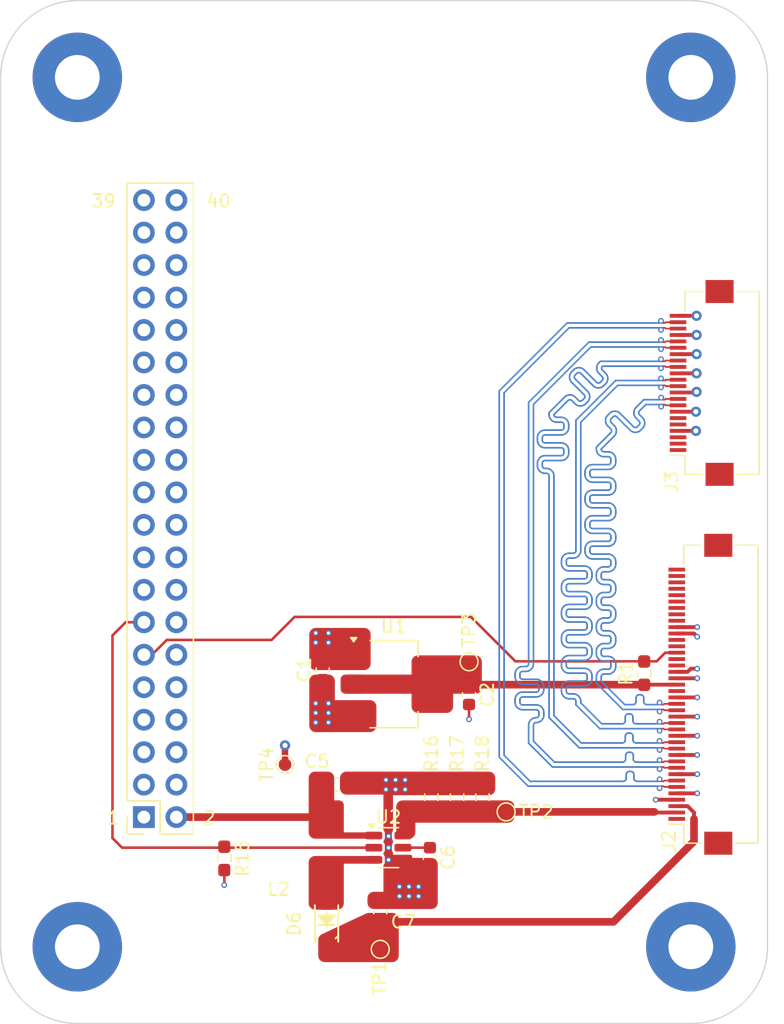
<source format=kicad_pcb>
(kicad_pcb (version 20240108) (generator "pcbnew") (generator_version "8.0")
  (layers (0 "F.Cu" signal) (1 "In1.Cu" power "PWR") (2 "In2.Cu" power "GND") (31 "B.Cu" signal) (34 "B.Paste" user) (35 "F.Paste" user) (36 "B.SilkS" user "B.Silkscreen") (37 "F.SilkS" user "F.Silkscreen") (38 "B.Mask" user) (39 "F.Mask" user) (44 "Edge.Cuts" user))
  (net 0 "")
  (net 1 "+3.3V")
  (net 2 "+1V8")
  (net 3 "GND")
  (net 4 "+5V")
  (net 5 "Net-(U2-COMP)")
  (net 6 "/VLED+")
  (net 7 "/SW")
  (net 14 "/BL_EN")
  (net 34 "/LCD_RST")
  (net 38 "/DSI1_DN2")
  (net 39 "/DSI1_DP1")
  (net 40 "/VLED-")
  (net 41 "/DSI1_DP0")
  (net 42 "/DSI1_CP")
  (net 43 "/DSI1_DN3")
  (net 44 "/DSI1_DP2")
  (net 45 "/DSI1_CN")
  (net 46 "/DSI1_DN0")
  (net 47 "/DSI1_DP3")
  (net 48 "/DSI1_DN1")
  (footprint "Capacitor_SMD:C_0603_1608Metric" (layer "F.Cu") (at 118.645 112.275 -90)
    (property "Reference" "C2")
    (property "Value" "22uF")
  )
  (footprint "Capacitor_SMD:C_0603_1608Metric" (layer "F.Cu") (at 115.5875 125.025 -90)
    (property "Reference" "C6")
    (property "Value" "4.7uF")
  )
  (footprint "Capacitor_SMD:C_0603_1608Metric" (layer "F.Cu") (at 111.7 129.275 90)
    (property "Reference" "C7")
    (property "Value" "1uF")
  )
  (footprint "Package_TO_SOT_SMD:SOT-223-3_TabPin2" (layer "F.Cu") (at 112.75 111.46)
    (property "Reference" "U1")
    (property "Value" "AMS1117-1.8")
  )
  (footprint "Capacitor_SMD:C_0603_1608Metric" (layer "F.Cu") (at 108.275 119.3)
    (property "Reference" "C5")
    (property "Value" "4.7uF")
  )
  (footprint "Capacitor_SMD:C_0603_1608Metric" (layer "F.Cu") (at 107.2 110.335 90)
    (property "Reference" "C1")
    (property "Value" "22uF")
  )
  (footprint "TestPoint:TestPoint_Pad_D1.0mm" (layer "F.Cu") (at 104.25 117.75 90)
    (property "Reference" "TP4")
    (property "Value" "TestPoint")
  )
  (footprint "Resistor_SMD:R_0603_1608Metric_Pad0.98x0.95mm_HandSolder" (layer "F.Cu") (at 132.35 110.6 90)
    (property "Reference" "R1")
    (property "Value" "10k")
  )
  (footprint "Resistor_SMD:R_0603_1608Metric_Pad0.98x0.95mm_HandSolder" (layer "F.Cu") (at 115.7 120.3 90)
    (property "Reference" "R16")
    (property "Value" "2")
  )
  (footprint "TestPoint:TestPoint_Pad_D1.0mm" (layer "F.Cu") (at 118.65 109.71 90)
    (property "Reference" "TP3")
    (property "Value" "TestPoint")
  )
  (footprint "TestPoint:TestPoint_Pad_D1.0mm" (layer "F.Cu") (at 111.7 132.2 90)
    (property "Reference" "TP1")
    (property "Value" "TestPoint")
  )
  (footprint "MountingHole:MountingHole_3.5mm_Pad" (layer "F.Cu") (at 88 64)
    (property "Reference" "H1" (hide yes))
    (property "Value" "MountingHole")
  )
  (footprint "Resistor_SMD:R_0603_1608Metric_Pad0.98x0.95mm_HandSolder" (layer "F.Cu") (at 119.7 120.3 90)
    (property "Reference" "R18")
    (property "Value" "0")
  )
  (footprint "MBR0540T1G:SOD-123" (layer "F.Cu") (at 107.5 130.1764 90)
    (property "Reference" "D6")
    (property "Value" "MBR0540T1G")
  )
  (footprint "MountingHole:MountingHole_3.5mm_Pad" (layer "F.Cu") (at 136 64)
    (property "Reference" "H2" (hide yes))
    (property "Value" "MountingHole")
  )
  (footprint "MountingHole:MountingHole_3.5mm_Pad" (layer "F.Cu") (at 136 132)
    (property "Reference" "H4" (hide yes))
    (property "Value" "MountingHole")
  )
  (footprint "PiPad:Hirose_FH12-22S-0.5SH_1x22-1MP_P0.50mm_Horizontal_PiPad" (layer "F.Cu") (at 136.85 87.9 90)
    (property "Reference" "J3")
    (property "Value" "Conn_01x22")
  )
  (footprint "TestPoint:TestPoint_Pad_D1.0mm" (layer "F.Cu") (at 121.55 121.45)
    (property "Reference" "TP2")
    (property "Value" "TestPoint")
  )
  (footprint "Resistor_SMD:R_0603_1608Metric_Pad0.98x0.95mm_HandSolder" (layer "F.Cu") (at 117.71 120.3 90)
    (property "Reference" "R17")
    (property "Value" "3.3")
  )
  (footprint "MountingHole:MountingHole_3.5mm_Pad" (layer "F.Cu") (at 88 132)
    (property "Reference" "H3" (hide yes))
    (property "Value" "MountingHole")
  )
  (footprint "PiPad:Hirose_FH12-40S-0.5SH_1x40-1MP_P0.50mm_Horizontal_PiPad" (layer "F.Cu") (at 136.75 112.25 90)
    (property "Reference" "J2")
    (property "Value" "Conn_01x40")
  )
  (footprint "SD53-100-R:SD53-100-R" (layer "F.Cu") (at 107.5 124.25 -90)
    (property "Reference" "L2")
    (property "Value" "10uH 20%")
  )
  (footprint "Resistor_SMD:R_0603_1608Metric_Pad0.98x0.95mm_HandSolder" (layer "F.Cu") (at 99.5 125.0875 -90)
    (property "Reference" "R15")
    (property "Value" "10k")
  )
  (footprint "Connector_PinSocket_2.54mm:PinSocket_2x20_P2.54mm_Vertical" (layer "F.Cu") (at 93.21 121.86 180)
    (property "Reference" "J1" (hide yes))
    (property "Value" "Conn_02x20_Odd_Even")
  )
  (footprint "Package_TO_SOT_SMD:SOT-23-6" (layer "F.Cu") (at 112.3375 124.25)
    (property "Reference" "U2")
    (property "Value" "TPS61165DBV")
  )
  (gr_arc (start 136 58) (mid 140.242641 59.757359) (end 142 64) (stroke (width 0.1)) (layer "Edge.Cuts"))
  (gr_arc (start 142 132) (mid 140.242641 136.242641) (end 136 138) (stroke (width 0.1)) (layer "Edge.Cuts"))
  (gr_line (start 142 64) (end 142 132) (stroke (width 0.1)) (layer "Edge.Cuts"))
  (gr_line (start 82 132) (end 82 64) (stroke (width 0.1)) (layer "Edge.Cuts"))
  (gr_arc (start 88 138) (mid 83.757359 136.242641) (end 82 132) (stroke (width 0.1)) (layer "Edge.Cuts"))
  (gr_arc (start 82 64) (mid 83.757359 59.757359) (end 88 58) (stroke (width 0.1)) (layer "Edge.Cuts"))
  (gr_line (start 88 58) (end 136 58) (stroke (width 0.1)) (layer "Edge.Cuts"))
  (gr_line (start 136 138) (end 88 138) (stroke (width 0.1)) (layer "Edge.Cuts"))
  (gr_text "1" (at 90.25 122.5 0) (layer "F.SilkS") (effects (font (size 1 1)) (justify left bottom)))
  (gr_text "2" (at 97.75 122.5 0) (layer "F.SilkS") (effects (font (size 1 1)) (justify left bottom)))
  (gr_text "40" (at 98 74.25 0) (layer "F.SilkS") (effects (font (size 1 1)) (justify left bottom)))
  (gr_text "39" (at 89 74.25 0) (layer "F.SilkS") (effects (font (size 1 1)) (justify left bottom)))
  (segment (start 134.9 107) (end 136.5 107) (width 0.3) (layer "F.Cu") (net 1))
  (segment (start 136.25 107.5) (end 136.5 107.75) (width 0.3) (layer "F.Cu") (net 1))
  (segment (start 134.9 107.5) (end 136.25 107.5) (width 0.3) (layer "F.Cu") (net 1))
  (via (at 107.65 114.46) (size 0.45) (drill 0.25) (layers "F.Cu" "B.Cu") (net 1))
  (via (at 136.5 107.75) (size 0.45) (drill 0.25) (layers "F.Cu" "B.Cu") (net 1))
  (via (at 106.65 112.96) (size 0.45) (drill 0.25) (layers "F.Cu" "B.Cu") (net 1))
  (via (at 107.65 113.71) (size 0.45) (drill 0.25) (layers "F.Cu" "B.Cu") (net 1))
  (via (at 107.65 112.96) (size 0.45) (drill 0.25) (layers "F.Cu" "B.Cu") (net 1))
  (via (at 136.5 107) (size 0.45) (drill 0.25) (layers "F.Cu" "B.Cu") (net 1))
  (via (at 106.65 113.71) (size 0.45) (drill 0.25) (layers "F.Cu" "B.Cu") (net 1))
  (via (at 106.65 114.46) (size 0.45) (drill 0.25) (layers "F.Cu" "B.Cu") (net 1))
  (segment (start 123.11 111.5) (end 118.645 111.5) (width 0.6) (layer "F.Cu") (net 2))
  (segment (start 132.35 111.5) (end 123.12 111.5) (width 0.6) (layer "F.Cu") (net 2))
  (segment (start 134.9 111.5) (end 132.35 111.5) (width 0.3) (layer "F.Cu") (net 2))
  (segment (start 136.4 88.65) (end 136.45 88.6) (width 0.3) (layer "F.Cu") (net 3))
  (segment (start 118.645 113.05) (end 118.645 114.205) (width 0.2) (layer "F.Cu") (net 3))
  (segment (start 135 84.15) (end 136.45 84.15) (width 0.3) (layer "F.Cu") (net 3))
  (segment (start 134.9 120) (end 136.5 120) (width 0.3) (layer "F.Cu") (net 3))
  (segment (start 135 91.65) (end 136.4 91.65) (width 0.3) (layer "F.Cu") (net 3))
  (segment (start 134.9 120.5) (end 133.4 120.5) (width 0.3) (layer "F.Cu") (net 3))
  (segment (start 135 85.65) (end 136.45 85.65) (width 0.3) (layer "F.Cu") (net 3))
  (segment (start 134.9 110.5) (end 135.75 110.5) (width 0.3) (layer "F.Cu") (net 3))
  (segment (start 134.9 117) (end 136.5 117) (width 0.3) (layer "F.Cu") (net 3))
  (segment (start 133.4 120.5) (end 133.25 120.5) (width 0.25) (layer "F.Cu") (net 3))
  (segment (start 135 87.15) (end 136.45 87.15) (width 0.3) (layer "F.Cu") (net 3))
  (segment (start 104.25 117.75) (end 104.25 116.25) (width 0.5) (layer "F.Cu") (net 3))
  (segment (start 134.9 115.5) (end 136.5 115.5) (width 0.3) (layer "F.Cu") (net 3))
  (segment (start 134.9 118.5) (end 136.5 118.5) (width 0.3) (layer "F.Cu") (net 3))
  (segment (start 134.9 112.5) (end 136.5 112.5) (width 0.3) (layer "F.Cu") (net 3))
  (segment (start 135 88.65) (end 136.4 88.65) (width 0.3) (layer "F.Cu") (net 3))
  (segment (start 99.5 126) (end 99.5 127.175) (width 0.2) (layer "F.Cu") (net 3))
  (segment (start 134.9 111) (end 136.5 111) (width 0.3) (layer "F.Cu") (net 3))
  (segment (start 136 110.25) (end 136.5 110.25) (width 0.3) (layer "F.Cu") (net 3))
  (segment (start 118.645 114.205) (end 118.65 114.21) (width 0.2) (layer "F.Cu") (net 3))
  (segment (start 135.75 110.5) (end 136 110.25) (width 0.3) (layer "F.Cu") (net 3))
  (segment (start 135 90.15) (end 136.4 90.15) (width 0.3) (layer "F.Cu") (net 3))
  (segment (start 135 82.65) (end 136.45 82.65) (width 0.3) (layer "F.Cu") (net 3))
  (segment (start 134.9 114) (end 136.5 114) (width 0.3) (layer "F.Cu") (net 3))
  (via (at 136.4 90.15) (size 0.8) (drill 0.4) (layers "F.Cu" "B.Cu") (net 3))
  (via (at 106.65 107.46) (size 0.45) (drill 0.25) (layers "F.Cu" "B.Cu") (net 3))
  (via (at 136.5 117) (size 0.45) (drill 0.25) (layers "F.Cu" "B.Cu") (net 3))
  (via (at 136.5 114) (size 0.45) (drill 0.25) (layers "F.Cu" "B.Cu") (net 3))
  (via (at 136.4 91.65) (size 0.8) (drill 0.4) (layers "F.Cu" "B.Cu") (net 3))
  (via (at 113.2 127.3) (size 0.45) (drill 0.25) (layers "F.Cu" "B.Cu") (net 3))
  (via (at 99.5 127.175) (size 0.45) (drill 0.25) (layers "F.Cu" "B.Cu") (net 3))
  (via (at 133.25 120.5) (size 0.45) (drill 0.25) (layers "F.Cu" "B.Cu") (net 3))
  (via (at 112.35 125.2) (size 0.45) (drill 0.25) (layers "F.Cu" "B.Cu") (net 3))
  (via (at 113.95 128.05) (size 0.45) (drill 0.25) (layers "F.Cu" "B.Cu") (net 3))
  (via (at 114.7 128.05) (size 0.45) (drill 0.25) (layers "F.Cu" "B.Cu") (net 3))
  (via (at 136.5 118.5) (size 0.45) (drill 0.25) (layers "F.Cu" "B.Cu") (net 3))
  (via (at 112.35 124.25) (size 0.45) (drill 0.25) (layers "F.Cu" "B.Cu") (net 3))
  (via (at 136.45 85.65) (size 0.8) (drill 0.4) (layers "F.Cu" "B.Cu") (net 3))
  (via (at 113.95 127.3) (size 0.45) (drill 0.25) (layers "F.Cu" "B.Cu") (net 3))
  (via (at 112.9 118.95) (size 0.45) (drill 0.25) (layers "F.Cu" "B.Cu") (net 3))
  (via (at 136.5 120) (size 0.45) (drill 0.25) (layers "F.Cu" "B.Cu") (net 3))
  (via (at 136.45 87.15) (size 0.8) (drill 0.4) (layers "F.Cu" "B.Cu") (net 3))
  (via (at 136.5 110.25) (size 0.45) (drill 0.25) (layers "F.Cu" "B.Cu") (net 3))
  (via (at 136.5 111) (size 0.45) (drill 0.25) (layers "F.Cu" "B.Cu") (net 3))
  (via (at 106.65 108.21) (size 0.45) (drill 0.25) (layers "F.Cu" "B.Cu") (net 3))
  (via (at 112.9 119.7) (size 0.45) (drill 0.25) (layers "F.Cu" "B.Cu") (net 3))
  (via (at 114.7 127.3) (size 0.45) (drill 0.25) (layers "F.Cu" "B.Cu") (net 3))
  (via (at 136.45 84.15) (size 0.8) (drill 0.4) (layers "F.Cu" "B.Cu") (net 3))
  (via (at 107.65 108.21) (size 0.45) (drill 0.25) (layers "F.Cu" "B.Cu") (net 3))
  (via (at 136.45 82.65) (size 0.8) (drill 0.4) (layers "F.Cu" "B.Cu") (net 3))
  (via (at 136.5 115.5) (size 0.45) (drill 0.25) (layers "F.Cu" "B.Cu") (net 3))
  (via (at 112.35 123.35) (size 0.45) (drill 0.25) (layers "F.Cu" "B.Cu") (net 3))
  (via (at 136.5 112.5) (size 0.45) (drill 0.25) (layers "F.Cu" "B.Cu") (net 3))
  (via (at 136.45 88.6) (size 0.8) (drill 0.4) (layers "F.Cu" "B.Cu") (net 3))
  (via (at 113.65 119.7) (size 0.45) (drill 0.25) (layers "F.Cu" "B.Cu") (net 3))
  (via (at 118.65 114.21) (size 0.45) (drill 0.25) (layers "F.Cu" "B.Cu") (net 3))
  (via (at 113.65 118.95) (size 0.45) (drill 0.25) (layers "F.Cu" "B.Cu") (net 3))
  (via (at 113.2 128.05) (size 0.45) (drill 0.25) (layers "F.Cu" "B.Cu") (net 3))
  (via (at 112.15 118.95) (size 0.45) (drill 0.25) (layers "F.Cu" "B.Cu") (net 3))
  (via (at 104.25 116.25) (size 0.8) (drill 0.4) (layers "F.Cu" "B.Cu") (net 3))
  (via (at 107.65 107.46) (size 0.45) (drill 0.25) (layers "F.Cu" "B.Cu") (net 3))
  (via (at 112.15 119.7) (size 0.45) (drill 0.25) (layers "F.Cu" "B.Cu") (net 3))
  (segment (start 107.39 121.86) (end 107.5 121.75) (width 0.6) (layer "F.Cu") (net 4))
  (segment (start 95.75 121.86) (end 107.39 121.86) (width 0.6) (layer "F.Cu") (net 4))
  (segment (start 115.5875 124.25) (end 113.475 124.25) (width 0.2) (layer "F.Cu") (net 5))
  (segment (start 136.25 122) (end 136.25 121.5) (width 0.3) (layer "F.Cu") (net 6))
  (segment (start 136.25 123.75) (end 136.25 122) (width 0.6) (layer "F.Cu") (net 6))
  (segment (start 135.75 121) (end 134.9 121) (width 0.3) (layer "F.Cu") (net 6))
  (segment (start 136.25 121.5) (end 135.75 121) (width 0.3) (layer "F.Cu") (net 6))
  (segment (start 135.5 124.5) (end 136.25 123.75) (width 0.6) (layer "F.Cu") (net 6))
  (segment (start 129.95 130.05) (end 135.5 124.5) (width 0.6) (layer "F.Cu") (net 6))
  (segment (start 117.8 130.05) (end 129.95 130.05) (width 0.6) (layer "F.Cu") (net 6))
  (segment (start 117.8 130.05) (end 111.7 130.05) (width 0.6) (layer "F.Cu") (net 6))
  (segment (start 90.75 123.5) (end 90.75 107.65) (width 0.2) (layer "F.Cu") (net 14))
  (segment (start 90.75 107.65) (end 91 107.4) (width 0.2) (layer "F.Cu") (net 14))
  (segment (start 91.5 124.25) (end 90.75 123.5) (width 0.2) (layer "F.Cu") (net 14))
  (segment (start 111.2 124.25) (end 91.5 124.25) (width 0.2) (layer "F.Cu") (net 14))
  (segment (start 93.21 106.62) (end 91.78 106.62) (width 0.2) (layer "F.Cu") (net 14))
  (segment (start 91.78 106.62) (end 91 107.4) (width 0.2) (layer "F.Cu") (net 14))
  (segment (start 105 106.2) (end 103.2 108) (width 0.2) (layer "F.Cu") (net 34))
  (segment (start 93.84 109.16) (end 93.21 109.16) (width 0.2) (layer "F.Cu") (net 34))
  (segment (start 118.8 106.2) (end 105 106.2) (width 0.2) (layer "F.Cu") (net 34))
  (segment (start 134.9 109) (end 134 109) (width 0.2) (layer "F.Cu") (net 34))
  (segment (start 134 109) (end 133.325 109.675) (width 0.2) (layer "F.Cu") (net 34))
  (segment (start 133.325 109.675) (end 132.35 109.675) (width 0.2) (layer "F.Cu") (net 34))
  (segment (start 122.275 109.675) (end 118.8 106.2) (width 0.2) (layer "F.Cu") (net 34))
  (segment (start 95 108) (end 93.84 109.16) (width 0.2) (layer "F.Cu") (net 34))
  (segment (start 132.35 109.675) (end 122.275 109.675) (width 0.2) (layer "F.Cu") (net 34))
  (segment (start 103.2 108) (end 95 108) (width 0.2) (layer "F.Cu") (net 34))
  (segment (start 133.718689 114.94) (end 133.558689 115.1) (width 0.13) (layer "F.Cu") (net 38))
  (segment (start 135 87.65) (end 134.024999 87.65) (width 0.13) (layer "F.Cu") (net 38))
  (segment (start 133.964999 87.71) (end 133.825 87.71) (width 0.13) (layer "F.Cu") (net 38))
  (segment (start 133.864999 114.94) (end 133.718689 114.94) (width 0.13) (layer "F.Cu") (net 38))
  (segment (start 134.9 115) (end 133.924999 115) (width 0.13) (layer "F.Cu") (net 38))
  (segment (start 134.024999 87.65) (end 133.964999 87.71) (width 0.13) (layer "F.Cu") (net 38))
  (segment (start 133.825 87.71) (end 133.665 87.55) (width 0.13) (layer "F.Cu") (net 38))
  (segment (start 133.924999 115) (end 133.864999 114.94) (width 0.13) (layer "F.Cu") (net 38))
  (via (at 133.665 87.55) (size 0.45) (drill 0.25) (layers "F.Cu" "B.Cu") (net 38))
  (via (at 133.558689 115.1) (size 0.45) (drill 0.25) (layers "F.Cu" "B.Cu") (net 38))
  (segment (start 127.01 113.078702) (end 127.01 112.810783) (width 0.13) (layer "B.Cu") (net 38))
  (segment (start 127.39 104.600783) (end 126.470804 104.600783) (width 0.13) (layer "B.Cu") (net 38))
  (segment (start 127.889189 109.010783) (end 127.889189 108.810783) (width 0.13) (layer "B.Cu") (net 38))
  (segment (start 127.889202 107.010783) (end 127.889202 106.810783) (width 0.13) (layer "B.Cu") (net 38))
  (segment (start 127.889202 103.010783) (end 127.889202 102.810783) (width 0.13) (layer "B.Cu") (net 38))
  (segment (start 127.01 90.821298) (end 127.428751 90.402547) (width 0.13) (layer "B.Cu") (net 38))
  (segment (start 127.679189 108.600783) (end 127.39 108.600783) (width 0.13) (layer "B.Cu") (net 38))
  (segment (start 127.428751 90.402547) (end 130.121298 87.71) (width 0.13) (layer "B.Cu") (net 38))
  (segment (start 125.880804 104.010783) (end 125.880804 103.810783) (width 0.13) (layer "B.Cu") (net 38))
  (segment (start 127.679189 110.600783) (end 127.39 110.600783) (width 0.13) (layer "B.Cu") (net 38))
  (segment (start 127.01 105.220783) (end 127.679216 105.220783) (width 0.13) (layer "B.Cu") (net 38))
  (segment (start 127.679202 102.600783) (end 127.39 102.600783) (width 0.13) (layer "B.Cu") (net 38))
  (segment (start 125.880804 102.010783) (end 125.880804 101.810783) (width 0.13) (layer "B.Cu") (net 38))
  (segment (start 127.39 110.600783) (end 126.470804 110.600783) (width 0.13) (layer "B.Cu") (net 38))
  (segment (start 125.880804 112.010783) (end 125.880804 111.810783) (width 0.13) (layer "B.Cu") (net 38))
  (segment (start 133.398689 114.94) (end 128.871298 114.94) (width 0.13) (layer "B.Cu") (net 38))
  (segment (start 127.01 101.010783) (end 127.01 100.810783) (width 0.13) (layer "B.Cu") (net 38))
  (segment (start 126.470804 109.220783) (end 127.01 109.220783) (width 0.13) (layer "B.Cu") (net 38))
  (segment (start 127.889216 105.010783) (end 127.889216 104.810783) (width 0.13) (layer "B.Cu") (net 38))
  (segment (start 125.880804 108.010783) (end 125.880804 107.810783) (width 0.13) (layer "B.Cu") (net 38))
  (segment (start 126.8 112.600783) (end 126.470804 112.600783) (width 0.13) (layer "B.Cu") (net 38))
  (segment (start 126.470804 101.220783) (end 126.8 101.220783) (width 0.13) (layer "B.Cu") (net 38))
  (segment (start 127.39 106.600783) (end 126.470804 106.600783) (width 0.13) (layer "B.Cu") (net 38))
  (segment (start 125.880804 106.010783) (end 125.880804 105.810783) (width 0.13) (layer "B.Cu") (net 38))
  (segment (start 127.889189 111.010783) (end 127.889189 110.810783) (width 0.13) (layer "B.Cu") (net 38))
  (segment (start 127.01 100.810783) (end 127.01 90.821298) (width 0.13) (layer "B.Cu") (net 38))
  (segment (start 127.39 108.600783) (end 126.470804 108.600783) (width 0.13) (layer "B.Cu") (net 38))
  (segment (start 126.470804 107.220783) (end 127.01 107.220783) (width 0.13) (layer "B.Cu") (net 38))
  (segment (start 126.8 111.220783) (end 127.679189 111.220783) (width 0.13) (layer "B.Cu") (net 38))
  (segment (start 128.871298 114.94) (end 127.01 113.078702) (width 0.13) (layer "B.Cu") (net 38))
  (segment (start 127.679216 104.600783) (end 127.39 104.600783) (width 0.13) (layer "B.Cu") (net 38))
  (segment (start 127.679202 106.600783) (end 127.39 106.600783) (width 0.13) (layer "B.Cu") (net 38))
  (segment (start 125.880804 110.010783) (end 125.880804 109.810783) (width 0.13) (layer "B.Cu") (net 38))
  (segment (start 130.121298 87.71) (end 133.505 87.71) (width 0.13) (layer "B.Cu") (net 38))
  (segment (start 127.01 103.220783) (end 127.679202 103.220783) (width 0.13) (layer "B.Cu") (net 38))
  (segment (start 127.39 102.600783) (end 126.470804 102.600783) (width 0.13) (layer "B.Cu") (net 38))
  (segment (start 133.505 87.71) (end 133.665 87.55) (width 0.13) (layer "B.Cu") (net 38))
  (segment (start 126.470804 105.220783) (end 127.01 105.220783) (width 0.13) (layer "B.Cu") (net 38))
  (segment (start 127.01 107.220783) (end 127.679202 107.220783) (width 0.13) (layer "B.Cu") (net 38))
  (segment (start 133.558689 115.1) (end 133.398689 114.94) (width 0.13) (layer "B.Cu") (net 38))
  (segment (start 126.470804 111.220783) (end 126.8 111.220783) (width 0.13) (layer "B.Cu") (net 38))
  (segment (start 127.01 109.220783) (end 127.679189 109.220783) (width 0.13) (layer "B.Cu") (net 38))
  (segment (start 126.470804 103.220783) (end 127.01 103.220783) (width 0.13) (layer "B.Cu") (net 38))
  (arc (start 126.470804 112.600783) (mid 126.053611 112.427976) (end 125.880804 112.010783) (width 0.13) (layer "B.Cu") (net 38))
  (arc (start 126.470804 110.600783) (mid 126.053611 110.427976) (end 125.880804 110.010783) (width 0.13) (layer "B.Cu") (net 38))
  (arc (start 125.880804 107.810783) (mid 126.053611 107.39359) (end 126.470804 107.220783) (width 0.13) (layer "B.Cu") (net 38))
  (arc (start 127.679202 103.220783) (mid 127.827694 103.159275) (end 127.889202 103.010783) (width 0.13) (layer "B.Cu") (net 38))
  (arc (start 125.880804 105.810783) (mid 126.053611 105.39359) (end 126.470804 105.220783) (width 0.13) (layer "B.Cu") (net 38))
  (arc (start 127.679189 109.220783) (mid 127.827681 109.159275) (end 127.889189 109.010783) (width 0.13) (layer "B.Cu") (net 38))
  (arc (start 125.880804 103.810783) (mid 126.053611 103.39359) (end 126.470804 103.220783) (width 0.13) (layer "B.Cu") (net 38))
  (arc (start 127.889202 106.810783) (mid 127.827694 106.662291) (end 127.679202 106.600783) (width 0.13) (layer "B.Cu") (net 38))
  (arc (start 127.679202 107.220783) (mid 127.827694 107.159275) (end 127.889202 107.010783) (width 0.13) (layer "B.Cu") (net 38))
  (arc (start 127.889216 104.810783) (mid 127.827708 104.662291) (end 127.679216 104.600783) (width 0.13) (layer "B.Cu") (net 38))
  (arc (start 125.880804 101.810783) (mid 126.053611 101.39359) (end 126.470804 101.220783) (width 0.13) (layer "B.Cu") (net 38))
  (arc (start 127.889202 102.810783) (mid 127.827694 102.662291) (end 127.679202 102.600783) (width 0.13) (layer "B.Cu") (net 38))
  (arc (start 127.889189 108.810783) (mid 127.827681 108.662291) (end 127.679189 108.600783) (width 0.13) (layer "B.Cu") (net 38))
  (arc (start 125.880804 111.810783) (mid 126.053611 111.39359) (end 126.470804 111.220783) (width 0.13) (layer "B.Cu") (net 38))
  (arc (start 126.470804 102.600783) (mid 126.053611 102.427976) (end 125.880804 102.010783) (width 0.13) (layer "B.Cu") (net 38))
  (arc (start 127.679216 105.220783) (mid 127.827708 105.159275) (end 127.889216 105.010783) (width 0.13) (layer "B.Cu") (net 38))
  (arc (start 127.679189 111.220783) (mid 127.827681 111.159275) (end 127.889189 111.010783) (width 0.13) (layer "B.Cu") (net 38))
  (arc (start 125.880804 109.810783) (mid 126.053611 109.39359) (end 126.470804 109.220783) (width 0.13) (layer "B.Cu") (net 38))
  (arc (start 126.470804 108.600783) (mid 126.053611 108.427976) (end 125.880804 108.010783) (width 0.13) (layer "B.Cu") (net 38))
  (arc (start 126.8 101.220783) (mid 126.948492 101.159275) (end 127.01 101.010783) (width 0.13) (layer "B.Cu") (net 38))
  (arc (start 127.01 112.810783) (mid 126.948492 112.662291) (end 126.8 112.600783) (width 0.13) (layer "B.Cu") (net 38))
  (arc (start 126.470804 106.600783) (mid 126.053611 106.427976) (end 125.880804 106.010783) (width 0.13) (layer "B.Cu") (net 38))
  (arc (start 127.889189 110.810783) (mid 127.827681 110.662291) (end 127.679189 110.600783) (width 0.13) (layer "B.Cu") (net 38))
  (arc (start 126.470804 104.600783) (mid 126.053611 104.427976) (end 125.880804 104.010783) (width 0.13) (layer "B.Cu") (net 38))
  (segment (start 133.924999 117.5) (end 133.864999 117.56) (width 0.13) (layer "F.Cu") (net 39))
  (segment (start 135 85.15) (end 134.024999 85.15) (width 0.13) (layer "F.Cu") (net 39))
  (segment (start 134.9 117.5) (end 133.924999 117.5) (width 0.13) (layer "F.Cu") (net 39))
  (segment (start 133.718689 117.56) (end 133.558689 117.4) (width 0.13) (layer "F.Cu") (net 39))
  (segment (start 133.864999 117.56) (end 133.718689 117.56) (width 0.13) (layer "F.Cu") (net 39))
  (segment (start 133.964999 85.09) (end 133.825 85.09) (width 0.13) (layer "F.Cu") (net 39))
  (segment (start 134.024999 85.15) (end 133.964999 85.09) (width 0.13) (layer "F.Cu") (net 39))
  (segment (start 133.825 85.09) (end 133.665 85.25) (width 0.13) (layer "F.Cu") (net 39))
  (via (at 133.665 85.25) (size 0.45) (drill 0.25) (layers "F.Cu" "B.Cu") (net 39))
  (via (at 133.558689 117.4) (size 0.45) (drill 0.25) (layers "F.Cu" "B.Cu") (net 39))
  (segment (start 133.398689 117.56) (end 131.739611 117.56) (width 0.13) (layer "B.Cu") (net 39))
  (segment (start 130.899611 117.028177) (end 130.899611 117.32) (width 0.13) (layer "B.Cu") (net 39))
  (segment (start 128.178702 85.09) (end 123.69 89.578702) (width 0.13) (layer "B.Cu") (net 39))
  (segment (start 122.840489 113.081537) (end 123.31 113.081537) (width 0.13) (layer "B.Cu") (net 39))
  (segment (start 127.160231 117.56) (end 125.328702 117.56) (width 0.13) (layer "B.Cu") (net 39))
  (segment (start 123.69 115.921298) (end 123.69 115.556414) (width 0.13) (layer "B.Cu") (net 39))
  (segment (start 123.909508 112.461537) (end 123.69 112.461537) (width 0.13) (layer "B.Cu") (net 39))
  (segment (start 123.69 112.461537) (end 122.840489 112.461537) (width 0.13) (layer "B.Cu") (net 39))
  (segment (start 131.259611 116.788177) (end 131.139611 116.788177) (width 0.13) (layer "B.Cu") (net 39))
  (segment (start 124.499508 111.671537) (end 124.499508 111.871537) (width 0.13) (layer "B.Cu") (net 39))
  (segment (start 123.69 114.871537) (end 123.69 115.556414) (width 0.13) (layer "B.Cu") (net 39))
  (segment (start 123.1 110.461537) (end 122.840489 110.461537) (width 0.13) (layer "B.Cu") (net 39))
  (segment (start 123.31 113.081537) (end 123.909508 113.081537) (width 0.13) (layer "B.Cu") (net 39))
  (segment (start 133.505 85.09) (end 128.178702 85.09) (width 0.13) (layer "B.Cu") (net 39))
  (segment (start 133.665 85.25) (end 133.505 85.09) (width 0.13) (layer "B.Cu") (net 39))
  (segment (start 123.1 111.081537) (end 123.909508 111.081537) (width 0.13) (layer "B.Cu") (net 39))
  (segment (start 130.539611 117.56) (end 127.160231 117.56) (width 0.13) (layer "B.Cu") (net 39))
  (segment (start 122.630489 110.671537) (end 122.630489 110.871537) (width 0.13) (layer "B.Cu") (net 39))
  (segment (start 123.69 89.578702) (end 123.69 109.871537) (width 0.13) (layer "B.Cu") (net 39))
  (segment (start 122.840489 111.081537) (end 123.1 111.081537) (width 0.13) (layer "B.Cu") (net 39))
  (segment (start 130.659611 117.56) (end 130.539611 117.56) (width 0.13) (layer "B.Cu") (net 39))
  (segment (start 131.499611 117.32) (end 131.499611 117.028177) (width 0.13) (layer "B.Cu") (net 39))
  (segment (start 124.499508 113.671537) (end 124.499508 113.871537) (width 0.13) (layer "B.Cu") (net 39))
  (segment (start 122.630489 112.671537) (end 122.630489 112.871537) (width 0.13) (layer "B.Cu") (net 39))
  (segment (start 123.909508 114.461537) (end 123.9 114.461537) (width 0.13) (layer "B.Cu") (net 39))
  (segment (start 125.328702 117.56) (end 123.69 115.921298) (width 0.13) (layer "B.Cu") (net 39))
  (segment (start 123.69 114.671537) (end 123.69 114.871537) (width 0.13) (layer "B.Cu") (net 39))
  (segment (start 133.558689 117.4) (end 133.398689 117.56) (width 0.13) (layer "B.Cu") (net 39))
  (arc (start 122.630489 110.871537) (mid 122.691997 111.020029) (end 122.840489 111.081537) (width 0.13) (layer "B.Cu") (net 39))
  (arc (start 131.499611 117.028177) (mid 131.429317 116.858471) (end 131.259611 116.788177) (width 0.13) (layer "B.Cu") (net 39))
  (arc (start 122.840489 110.461537) (mid 122.691997 110.523045) (end 122.630489 110.671537) (width 0.13) (layer "B.Cu") (net 39))
  (arc (start 123.909508 111.081537) (mid 124.326701 111.254344) (end 124.499508 111.671537) (width 0.13) (layer "B.Cu") (net 39))
  (arc (start 124.499508 113.871537) (mid 124.326701 114.28873) (end 123.909508 114.461537) (width 0.13) (layer "B.Cu") (net 39))
  (arc (start 131.139611 116.788177) (mid 130.969905 116.858471) (end 130.899611 117.028177) (width 0.13) (layer "B.Cu") (net 39))
  (arc (start 123.909508 113.081537) (mid 124.326701 113.254344) (end 124.499508 113.671537) (width 0.13) (layer "B.Cu") (net 39))
  (arc (start 123.9 114.461537) (mid 123.751508 114.523045) (end 123.69 114.671537) (width 0.13) (layer "B.Cu") (net 39))
  (arc (start 131.739611 117.56) (mid 131.569905 117.489706) (end 131.499611 117.32) (width 0.13) (layer "B.Cu") (net 39))
  (arc (start 122.630489 112.871537) (mid 122.691997 113.020029) (end 122.840489 113.081537) (width 0.13) (layer "B.Cu") (net 39))
  (arc (start 130.899611 117.32) (mid 130.829317 117.489706) (end 130.659611 117.56) (width 0.13) (layer "B.Cu") (net 39))
  (arc (start 123.69 109.871537) (mid 123.517193 110.28873) (end 123.1 110.461537) (width 0.13) (layer "B.Cu") (net 39))
  (arc (start 124.499508 111.871537) (mid 124.326701 112.28873) (end 123.909508 112.461537) (width 0.13) (layer "B.Cu") (net 39))
  (arc (start 122.840489 112.461537) (mid 122.691997 112.523045) (end 122.630489 112.671537) (width 0.13) (layer "B.Cu") (net 39))
  (segment (start 121.55 121.45) (end 133.15 121.45) (width 0.6) (layer "F.Cu") (net 40))
  (segment (start 133.15 121.45) (end 133.2 121.5) (width 0.3) (layer "F.Cu") (net 40))
  (segment (start 133.2 121.5) (end 134.9 121.5) (width 0.3) (layer "F.Cu") (net 40))
  (segment (start 133.864999 119.06) (end 133.718689 119.06) (width 0.13) (layer "F.Cu") (net 41))
  (segment (start 133.964999 83.59) (end 133.825 83.59) (width 0.13) (layer "F.Cu") (net 41))
  (segment (start 134.9 119) (end 133.924999 119) (width 0.13) (layer "F.Cu") (net 41))
  (segment (start 133.718689 119.06) (end 133.558689 118.9) (width 0.13) (layer "F.Cu") (net 41))
  (segment (start 135 83.65) (end 134.024999 83.65) (width 0.13) (layer "F.Cu") (net 41))
  (segment (start 133.825 83.59) (end 133.665 83.75) (width 0.13) (layer "F.Cu") (net 41))
  (segment (start 134.024999 83.65) (end 133.964999 83.59) (width 0.13) (layer "F.Cu") (net 41))
  (segment (start 133.924999 119) (end 133.864999 119.06) (width 0.13) (layer "F.Cu") (net 41))
  (via (at 133.558689 118.9) (size 0.45) (drill 0.25) (layers "F.Cu" "B.Cu") (net 41))
  (via (at 133.665 83.75) (size 0.45) (drill 0.25) (layers "F.Cu" "B.Cu") (net 41))
  (segment (start 130.586444 119.06) (end 130.13398 119.06) (width 0.13) (layer "B.Cu") (net 41))
  (segment (start 126.478702 83.59) (end 133.505 83.59) (width 0.13) (layer "B.Cu") (net 41))
  (segment (start 121.39 117.021298) (end 121.39 88.678702) (width 0.13) (layer "B.Cu") (net 41))
  (segment (start 123.428702 119.06) (end 121.39 117.021298) (width 0.13) (layer "B.Cu") (net 41))
  (segment (start 121.39 88.678702) (end 126.478702 83.59) (width 0.13) (layer "B.Cu") (net 41))
  (segment (start 130.946444 118.527949) (end 130.946444 118.82) (width 0.13) (layer "B.Cu") (net 41))
  (segment (start 133.558689 118.9) (end 133.398689 119.06) (width 0.13) (layer "B.Cu") (net 41))
  (segment (start 130.13398 119.06) (end 123.428702 119.06) (width 0.13) (layer "B.Cu") (net 41))
  (segment (start 133.398689 119.06) (end 131.786444 119.06) (width 0.13) (layer "B.Cu") (net 41))
  (segment (start 131.306444 118.287949) (end 131.186444 118.287949) (width 0.13) (layer "B.Cu") (net 41))
  (segment (start 130.706444 119.06) (end 130.586444 119.06) (width 0.13) (layer "B.Cu") (net 41))
  (segment (start 131.546444 118.82) (end 131.546444 118.527949) (width 0.13) (layer "B.Cu") (net 41))
  (segment (start 133.505 83.59) (end 133.665 83.75) (width 0.13) (layer "B.Cu") (net 41))
  (arc (start 130.946444 118.82) (mid 130.87615 118.989706) (end 130.706444 119.06) (width 0.13) (layer "B.Cu") (net 41))
  (arc (start 131.546444 118.527949) (mid 131.47615 118.358243) (end 131.306444 118.287949) (width 0.13) (layer "B.Cu") (net 41))
  (arc (start 131.186444 118.287949) (mid 131.016738 118.358243) (end 130.946444 118.527949) (width 0.13) (layer "B.Cu") (net 41))
  (arc (start 131.786444 119.06) (mid 131.616738 118.989706) (end 131.546444 118.82) (width 0.13) (layer "B.Cu") (net 41))
  (segment (start 135 86.65) (end 134.024999 86.65) (width 0.13) (layer "F.Cu") (net 42))
  (segment (start 133.718689 116.06) (end 133.558689 115.9) (width 0.13) (layer "F.Cu") (net 42))
  (segment (start 133.964999 86.59) (end 133.825 86.59) (width 0.13) (layer "F.Cu") (net 42))
  (segment (start 133.864999 116.06) (end 133.718689 116.06) (width 0.13) (layer "F.Cu") (net 42))
  (segment (start 133.924999 116) (end 133.864999 116.06) (width 0.13) (layer "F.Cu") (net 42))
  (segment (start 134.9 116) (end 133.924999 116) (width 0.13) (layer "F.Cu") (net 42))
  (segment (start 134.024999 86.65) (end 133.964999 86.59) (width 0.13) (layer "F.Cu") (net 42))
  (segment (start 133.825 86.59) (end 133.665 86.75) (width 0.13) (layer "F.Cu") (net 42))
  (via (at 133.665 86.75) (size 0.45) (drill 0.25) (layers "F.Cu" "B.Cu") (net 42))
  (via (at 133.558689 115.9) (size 0.45) (drill 0.25) (layers "F.Cu" "B.Cu") (net 42))
  (segment (start 127.381643 88.018354) (end 127.381646 88.018355) (width 0.13) (layer "B.Cu") (net 42))
  (segment (start 127.82005 87.579949) (end 127.6857 87.445599) (width 0.13) (layer "B.Cu") (net 42))
  (segment (start 131.473028 115.82) (end 131.473028 115.527939) (width 0.13) (layer "B.Cu") (net 42))
  (segment (start 125.29 95.378702) (end 125.29 103.822465) (width 0.13) (layer "B.Cu") (net 42))
  (segment (start 133.505 86.59) (end 129.148238 86.59) (width 0.13) (layer "B.Cu") (net 42))
  (segment (start 127.530137 88.166849) (end 127.664489 88.301198) (width 0.13) (layer "B.Cu") (net 42))
  (segment (start 126.449447 91.178702) (end 126.449447 91.378702) (width 0.13) (layer "B.Cu") (net 42))
  (segment (start 124.59055 92.588702) (end 124.91 92.588702) (width 0.13) (layer "B.Cu") (net 42))
  (segment (start 127.6857 87.445599) (end 127.389141 87.14904) (width 0.13) (layer "B.Cu") (net 42))
  (segment (start 128.102896 87.862794) (end 127.820053 87.579951) (width 0.13) (layer "B.Cu") (net 42))
  (segment (start 124.380544 94.178702) (end 124.380544 94.378702) (width 0.13) (layer "B.Cu") (net 42))
  (segment (start 130.408451 116.06) (end 127.428702 116.06) (width 0.13) (layer "B.Cu") (net 42))
  (segment (start 130.513028 116.06) (end 130.408451 116.06) (width 0.13) (layer "B.Cu") (net 42))
  (segment (start 127.247293 87.884004) (end 127.381643 88.018354) (width 0.13) (layer "B.Cu") (net 42))
  (segment (start 127.092157 87.14904) (end 126.950735 87.290461) (width 0.13) (layer "B.Cu") (net 42))
  (segment (start 124.590544 94.588702) (end 124.7 94.588702) (width 0.13) (layer "B.Cu") (net 42))
  (segment (start 131.233028 115.287939) (end 131.113028 115.287939) (width 0.13) (layer "B.Cu") (net 42))
  (segment (start 127.918645 89.389744) (end 127.777225 89.531165) (width 0.13) (layer "B.Cu") (net 42))
  (segment (start 128.357065 88.116963) (end 128.102896 87.862794) (width 0.13) (layer "B.Cu") (net 42))
  (segment (start 126.942839 89.531165) (end 126.688681 89.277007) (width 0.13) (layer "B.Cu") (net 42))
  (segment (start 133.558689 115.9) (end 133.398689 116.06) (width 0.13) (layer "B.Cu") (net 42))
  (segment (start 126.250274 89.418428) (end 125.29 90.378702) (width 0.13) (layer "B.Cu") (net 42))
  (segment (start 126.44945 93.178702) (end 126.44945 93.378702) (width 0.13) (layer "B.Cu") (net 42))
  (segment (start 127.428702 116.06) (end 125.29 113.921298) (width 0.13) (layer "B.Cu") (net 42))
  (segment (start 129.078701 86.886986) (end 129.332871 87.141156) (width 0.13) (layer "B.Cu") (net 42))
  (segment (start 127.664489 88.301198) (end 127.918647 88.555356) (width 0.13) (layer "B.Cu") (net 42))
  (segment (start 125.29 95.178702) (end 125.29 95.378702) (width 0.13) (layer "B.Cu") (net 42))
  (segment (start 124.38055 92.178702) (end 124.38055 92.378702) (width 0.13) (layer "B.Cu") (net 42))
  (segment (start 125.29 113.921298) (end 125.29 103.822465) (width 0.13) (layer "B.Cu") (net 42))
  (segment (start 130.633028 116.06) (end 130.513028 116.06) (width 0.13) (layer "B.Cu") (net 42))
  (segment (start 133.665 86.75) (end 133.505 86.59) (width 0.13) (layer "B.Cu") (net 42))
  (segment (start 125.5 91.968702) (end 124.59055 91.968702) (width 0.13) (layer "B.Cu") (net 42))
  (segment (start 125.5 90.588702) (end 125.859447 90.588702) (width 0.13) (layer "B.Cu") (net 42))
  (segment (start 127.381646 88.018355) (end 127.530137 88.166849) (width 0.13) (layer "B.Cu") (net 42))
  (segment (start 125.859447 91.968702) (end 125.5 91.968702) (width 0.13) (layer "B.Cu") (net 42))
  (segment (start 124.91 92.588702) (end 125.85945 92.588702) (width 0.13) (layer "B.Cu") (net 42))
  (segment (start 127.820053 87.579951) (end 127.82005 87.579949) (width 0.13) (layer "B.Cu") (net 42))
  (segment (start 126.391695 89.277008) (end 126.250274 89.418428) (width 0.13) (layer "B.Cu") (net 42))
  (segment (start 130.873028 115.527939) (end 130.873028 115.82) (width 0.13) (layer "B.Cu") (net 42))
  (segment (start 133.398689 116.06) (end 131.713028 116.06) (width 0.13) (layer "B.Cu") (net 42))
  (segment (start 125.29 93.968702) (end 124.590544 93.968702) (width 0.13) (layer "B.Cu") (net 42))
  (segment (start 129.332871 87.975542) (end 129.191451 88.116963) (width 0.13) (layer "B.Cu") (net 42))
  (segment (start 126.950735 87.587446) (end 127.247293 87.884004) (width 0.13) (layer "B.Cu") (net 42))
  (segment (start 125.85945 93.968702) (end 125.29 93.968702) (width 0.13) (layer "B.Cu") (net 42))
  (segment (start 129.148238 86.59) (end 129.078702 86.59) (width 0.13) (layer "B.Cu") (net 42))
  (arc (start 126.44945 93.378702) (mid 126.276643 93.795895) (end 125.85945 93.968702) (width 0.13) (layer "B.Cu") (net 42))
  (arc (start 125.85945 92.588702) (mid 126.276643 92.761509) (end 126.44945 93.178702) (width 0.13) (layer "B.Cu") (net 42))
  (arc (start 126.950735 87.290461) (mid 126.889228 87.438953) (end 126.950735 87.587446) (width 0.13) (layer "B.Cu") (net 42))
  (arc (start 131.113028 115.287939) (mid 130.943322 115.358233) (end 130.873028 115.527939) (width 0.13) (layer "B.Cu") (net 42))
  (arc (start 124.380544 94.378702) (mid 124.442052 94.527194) (end 124.590544 94.588702) (width 0.13) (layer "B.Cu") (net 42))
  (arc (start 129.191451 88.116963) (mid 128.774258 88.28977) (end 128.357065 88.116963) (width 0.13) (layer "B.Cu") (net 42))
  (arc (start 124.38055 92.378702) (mid 124.442058 92.527194) (end 124.59055 92.588702) (width 0.13) (layer "B.Cu") (net 42))
  (arc (start 124.59055 91.968702) (mid 124.442058 92.03021) (end 124.38055 92.178702) (width 0.13) (layer "B.Cu") (net 42))
  (arc (start 127.918647 88.555356) (mid 128.091454 88.972549) (end 127.918645 89.389744) (width 0.13) (layer "B.Cu") (net 42))
  (arc (start 125.29 90.378702) (mid 125.351508 90.527194) (end 125.5 90.588702) (width 0.13) (layer "B.Cu") (net 42))
  (arc (start 130.873028 115.82) (mid 130.802734 115.989706) (end 130.633028 116.06) (width 0.13) (layer "B.Cu") (net 42))
  (arc (start 126.449447 91.378702) (mid 126.27664 91.795895) (end 125.859447 91.968702) (width 0.13) (layer "B.Cu") (net 42))
  (arc (start 124.590544 93.968702) (mid 124.442052 94.03021) (end 124.380544 94.178702) (width 0.13) (layer "B.Cu") (net 42))
  (arc (start 131.473028 115.527939) (mid 131.402734 115.358233) (end 131.233028 115.287939) (width 0.13) (layer "B.Cu") (net 42))
  (arc (start 127.777225 89.531165) (mid 127.360032 89.703972) (end 126.942839 89.531165) (width 0.13) (layer "B.Cu") (net 42))
  (arc (start 131.713028 116.06) (mid 131.543322 115.989706) (end 131.473028 115.82) (width 0.13) (layer "B.Cu") (net 42))
  (arc (start 124.7 94.588702) (mid 125.117193 94.761509) (end 125.29 95.178702) (width 0.13) (layer "B.Cu") (net 42))
  (arc (start 126.688681 89.277007) (mid 126.540188 89.2155) (end 126.391695 89.277008) (width 0.13) (layer "B.Cu") (net 42))
  (arc (start 127.389141 87.14904) (mid 127.240649 87.087533) (end 127.092157 87.14904) (width 0.13) (layer "B.Cu") (net 42))
  (arc (start 129.332871 87.141156) (mid 129.505678 87.558349) (end 129.332871 87.975542) (width 0.13) (layer "B.Cu") (net 42))
  (arc (start 129.078702 86.59) (mid 129.017193 86.738494) (end 129.078701 86.886986) (width 0.13) (layer "B.Cu") (net 42))
  (arc (start 125.859447 90.588702) (mid 126.27664 90.761509) (end 126.449447 91.178702) (width 0.13) (layer "B.Cu") (net 42))
  (segment (start 133.924999 113.5) (end 133.864999 113.44) (width 0.13) (layer "F.Cu") (net 43))
  (segment (start 133.718689 113.44) (end 133.558689 113.6) (width 0.13) (layer "F.Cu") (net 43))
  (segment (start 133.841177 89.21) (end 133.681177 89.05) (width 0.13) (layer "F.Cu") (net 43))
  (segment (start 134.9 113.5) (end 133.924999 113.5) (width 0.13) (layer "F.Cu") (net 43))
  (segment (start 134.024999 89.15) (end 133.964999 89.21) (width 0.13) (layer "F.Cu") (net 43))
  (segment (start 135 89.15) (end 134.024999 89.15) (width 0.13) (layer "F.Cu") (net 43))
  (segment (start 133.964999 89.21) (end 133.841177 89.21) (width 0.13) (layer "F.Cu") (net 43))
  (segment (start 133.864999 113.44) (end 133.718689 113.44) (width 0.13) (layer "F.Cu") (net 43))
  (via (at 133.681177 89.05) (size 0.45) (drill 0.25) (layers "F.Cu" "B.Cu") (net 43))
  (via (at 133.558689 113.6) (size 0.45) (drill 0.25) (layers "F.Cu" "B.Cu") (net 43))
  (segment (start 127.723303 98.878702) (end 127.723303 99.078702) (width 0.13) (layer "B.Cu") (net 43))
  (segment (start 128.609999 99.668703) (end 129.536709 99.668703) (width 0.13) (layer "B.Cu") (net 43))
  (segment (start 129.746708 107.878702) (end 129.746708 108.078702) (width 0.13) (layer "B.Cu") (net 43))
  (segment (start 129.746708 103.878702) (end 129.746708 104.078702) (width 0.13) (layer "B.Cu") (net 43))
  (segment (start 130.846172 90.656844) (end 130.711821 90.522493) (width 0.13) (layer "B.Cu") (net 43))
  (segment (start 128.313304 101.668703) (end 128.609999 101.668703) (width 0.13) (layer "B.Cu") (net 43))
  (segment (start 129.594591 91.936706) (end 128.61 92.921298) (width 0.13) (layer "B.Cu") (net 43))
  (segment (start 129.2 94.288701) (end 128.313304 94.288701) (width 0.13) (layer "B.Cu") (net 43))
  (segment (start 128.313304 95.668703) (end 128.609999 95.668703) (width 0.13) (layer "B.Cu") (net 43))
  (segment (start 128.609999 101.668703) (end 129.536709 101.668703) (width 0.13) (layer "B.Cu") (net 43))
  (segment (start 129.49793 91.260219) (end 129.736011 91.4983) (width 0.13) (layer "B.Cu") (net 43))
  (segment (start 129.2 107.668703) (end 129.536709 107.668703) (width 0.13) (layer "B.Cu") (net 43))
  (segment (start 129.536709 100.288701) (end 128.990001 100.288701) (width 0.13) (layer "B.Cu") (net 43))
  (segment (start 133.521177 89.21) (end 132.321298 89.21) (width 0.13) (layer "B.Cu") (net 43))
  (segment (start 129.536709 98.288701) (end 128.990001 98.288701) (width 0.13) (layer "B.Cu") (net 43))
  (segment (start 129.2 103.668703) (end 129.536709 103.668703) (width 0.13) (layer "B.Cu") (net 43))
  (segment (start 128.609999 106.878702) (end 128.609999 107.078702) (width 0.13) (layer "B.Cu") (net 43))
  (segment (start 129.2 105.668703) (end 129.536709 105.668703) (width 0.13) (layer "B.Cu") (net 43))
  (segment (start 128.609999 95.668703) (end 129.536709 95.668703) (width 0.13) (layer "B.Cu") (net 43))
  (segment (start 130.994663 90.805336) (end 130.846172 90.656844) (width 0.13) (layer "B.Cu") (net 43))
  (segment (start 129.536709 104.288701) (end 129.2 104.288701) (width 0.13) (layer "B.Cu") (net 43))
  (segment (start 131.953995 91.184839) (end 131.812573 91.326262) (width 0.13) (layer "B.Cu") (net 43))
  (segment (start 128.609999 110.878702) (end 128.609999 111.078702) (width 0.13) (layer "B.Cu") (net 43))
  (segment (start 127.723303 94.878702) (end 127.723303 95.078702) (width 0.13) (layer "B.Cu") (net 43))
  (segment (start 128.313304 97.668703) (end 128.609999 97.668703) (width 0.13) (layer "B.Cu") (net 43))
  (segment (start 128.609999 104.878702) (end 128.609999 105.078702) (width 0.13) (layer "B.Cu") (net 43))
  (segment (start 129.536709 102.288701) (end 129.2 102.288701) (width 0.13) (layer "B.Cu") (net 43))
  (segment (start 128.61 92.921298) (end 128.609999 93.078702) (width 0.13) (layer "B.Cu") (net 43))
  (segment (start 129.536709 108.288701) (end 129.2 108.288701) (width 0.13) (layer "B.Cu") (net 43))
  (segment (start 129.2 109.668703) (end 129.536688 109.668703) (width 0.13) (layer "B.Cu") (net 43))
  (segment (start 130.671298 113.44) (end 133.398689 113.44) (width 0.13) (layer "B.Cu") (net 43))
  (segment (start 130.711821 90.522493) (end 130.473739 90.284411) (width 0.13) (layer "B.Cu") (net 43))
  (segment (start 128.990001 100.288701) (end 128.313304 100.288701) (width 0.13) (layer "B.Cu") (net 43))
  (segment (start 128.61 111.378702) (end 129.915649 112.684351) (width 0.13) (layer "B.Cu") (net 43))
  (segment (start 129.746708 97.878702) (end 129.746708 98.078702) (width 0.13) (layer "B.Cu") (net 43))
  (segment (start 129.536709 106.288701) (end 129.2 106.288701) (width 0.13) (layer "B.Cu") (net 43))
  (segment (start 131.715912 90.649775) (end 131.953994 90.887857) (width 0.13) (layer "B.Cu") (net 43))
  (segment (start 129.746708 93.878702) (end 129.746708 94.078702) (width 0.13) (layer "B.Cu") (net 43))
  (segment (start 127.723303 96.878702) (end 127.723303 97.078702) (width 0.13) (layer "B.Cu") (net 43))
  (segment (start 131.715912 89.815386) (end 131.715913 89.815387) (width 0.13) (layer "B.Cu") (net 43))
  (segment (start 128.990001 96.288701) (end 128.313304 96.288701) (width 0.13) (layer "B.Cu") (net 43))
  (segment (start 128.313304 99.668703) (end 128.609999 99.668703) (width 0.13) (layer "B.Cu") (net 43))
  (segment (start 129.746708 95.878702) (end 129.746708 96.078702) (width 0.13) (layer "B.Cu") (net 43))
  (segment (start 133.398689 113.44) (end 133.558689 113.6) (width 0.13) (layer "B.Cu") (net 43))
  (segment (start 129.746687 109.878702) (end 129.746687 110.078702) (width 0.13) (layer "B.Cu") (net 43))
  (segment (start 128.609999 108.878702) (end 128.609999 109.078702) (width 0.13) (layer "B.Cu") (net 43))
  (segment (start 129.746708 105.878702) (end 129.746708 106.078702) (width 0.13) (layer "B.Cu") (net 43))
  (segment (start 128.990001 98.288701) (end 128.313304 98.288701) (width 0.13) (layer "B.Cu") (net 43))
  (segment (start 129.746708 101.878702) (end 129.746708 102.078702) (width 0.13) (layer "B.Cu") (net 43))
  (segment (start 129.2 93.668703) (end 129.536709 93.668703) (width 0.13) (layer "B.Cu") (net 43))
  (segment (start 133.681177 89.05) (end 133.521177 89.21) (width 0.13) (layer "B.Cu") (net 43))
  (segment (start 129.639352 90.284411) (end 129.49793 90.425832) (width 0.13) (layer "B.Cu") (net 43))
  (segment (start 128.609999 97.668703) (end 129.536709 97.668703) (width 0.13) (layer "B.Cu") (net 43))
  (segment (start 129.536709 94.288701) (end 129.2 94.288701) (width 0.13) (layer "B.Cu") (net 43))
  (segment (start 131.515591 91.326261) (end 131.27751 91.08818) (width 0.13) (layer "B.Cu") (net 43))
  (segment (start 128.609999 111.078702) (end 128.61 111.378702) (width 0.13) (layer "B.Cu") (net 43))
  (segment (start 130.994667 90.805337) (end 130.994663 90.805336) (width 0.13) (layer "B.Cu") (net 43))
  (segment (start 129.915649 112.684351) (end 130.671298 113.44) (width 0.13) (layer "B.Cu") (net 43))
  (segment (start 129.536688 110.288701) (end 129.2 110.288701) (width 0.13) (layer "B.Cu") (net 43))
  (segment (start 129.746708 99.878702) (end 129.746708 100.078702) (width 0.13) (layer "B.Cu") (net 43))
  (segment (start 128.609999 102.878702) (end 128.609999 103.078702) (width 0.13) (layer "B.Cu") (net 43))
  (segment (start 131.27751 91.08818) (end 130.994667 90.805337) (width 0.13) (layer "B.Cu") (net 43))
  (segment (start 127.723303 100.878702) (end 127.723303 101.078702) (width 0.13) (layer "B.Cu") (net 43))
  (segment (start 132.321298 89.21) (end 131.715912 89.815386) (width 0.13) (layer "B.Cu") (net 43))
  (segment (start 129.536709 96.288701) (end 128.990001 96.288701) (width 0.13) (layer "B.Cu") (net 43))
  (segment (start 129.736011 91.795283) (end 129.594591 91.936706) (width 0.13) (layer "B.Cu") (net 43))
  (arc (start 128.313304 100.288701) (mid 127.89611 100.461508) (end 127.723303 100.878702) (width 0.13) (layer "B.Cu") (net 43))
  (arc (start 129.2 106.288701) (mid 128.782806 106.461508) (end 128.609999 106.878702) (width 0.13) (layer "B.Cu") (net 43))
  (arc (start 129.2 108.288701) (mid 128.782806 108.461508) (end 128.609999 108.878702) (width 0.13) (layer "B.Cu") (net 43))
  (arc (start 129.746687 110.078702) (mid 129.68518 110.227194) (end 129.536688 110.288701) (width 0.13) (layer "B.Cu") (net 43))
  (arc (start 129.2 104.288701) (mid 128.782806 104.461508) (end 128.609999 104.878702) (width 0.13) (layer "B.Cu") (net 43))
  (arc (start 128.609999 103.078702) (mid 128.782806 103.495896) (end 129.2 103.668703) (width 0.13) (layer "B.Cu") (net 43))
  (arc (start 128.609999 107.078702) (mid 128.782806 107.495896) (end 129.2 107.668703) (width 0.13) (layer "B.Cu") (net 43))
  (arc (start 129.536709 107.668703) (mid 129.685201 107.73021) (end 129.746708 107.878702) (width 0.13) (layer "B.Cu") (net 43))
  (arc (start 129.746708 100.078702) (mid 129.685201 100.227194) (end 129.536709 100.288701) (width 0.13) (layer "B.Cu") (net 43))
  (arc (start 128.313304 96.288701) (mid 127.89611 96.461508) (end 127.723303 96.878702) (width 0.13) (layer "B.Cu") (net 43))
  (arc (start 129.746708 96.078702) (mid 129.685201 96.227194) (end 129.536709 96.288701) (width 0.13) (layer "B.Cu") (net 43))
  (arc (start 129.746708 104.078702) (mid 129.685201 104.227194) (end 129.536709 104.288701) (width 0.13) (layer "B.Cu") (net 43))
  (arc (start 128.313304 98.288701) (mid 127.89611 98.461508) (end 127.723303 98.878702) (width 0.13) (layer "B.Cu") (net 43))
  (arc (start 129.736011 91.4983) (mid 129.797518 91.646792) (end 129.736011 91.795283) (width 0.13) (layer "B.Cu") (net 43))
  (arc (start 128.609999 109.078702) (mid 128.782806 109.495896) (end 129.2 109.668703) (width 0.13) (layer "B.Cu") (net 43))
  (arc (start 129.536709 97.668703) (mid 129.685201 97.73021) (end 129.746708 97.878702) (width 0.13) (layer "B.Cu") (net 43))
  (arc (start 127.723303 99.078702) (mid 127.89611 99.495896) (end 128.313304 99.668703) (width 0.13) (layer "B.Cu") (net 43))
  (arc (start 129.536709 95.668703) (mid 129.685201 95.73021) (end 129.746708 95.878702) (width 0.13) (layer "B.Cu") (net 43))
  (arc (start 128.313304 94.288701) (mid 127.89611 94.461508) (end 127.723303 94.878702) (width 0.13) (layer "B.Cu") (net 43))
  (arc (start 128.609999 93.078702) (mid 128.782806 93.495896) (end 129.2 93.668703) (width 0.13) (layer "B.Cu") (net 43))
  (arc (start 129.746708 98.078702) (mid 129.685201 98.227194) (end 129.536709 98.288701) (width 0.13) (layer "B.Cu") (net 43))
  (arc (start 129.2 102.288701) (mid 128.782806 102.461508) (end 128.609999 102.878702) (width 0.13) (layer "B.Cu") (net 43))
  (arc (start 128.609999 105.078702) (mid 128.782806 105.495896) (end 129.2 105.668703) (width 0.13) (layer "B.Cu") (net 43))
  (arc (start 131.953994 90.887857) (mid 132.015503 91.036347) (end 131.953995 91.184839) (width 0.13) (layer "B.Cu") (net 43))
  (arc (start 129.536709 105.668703) (mid 129.685201 105.73021) (end 129.746708 105.878702) (width 0.13) (layer "B.Cu") (net 43))
  (arc (start 129.49793 90.425832) (mid 129.325123 90.843025) (end 129.49793 91.260219) (width 0.13) (layer "B.Cu") (net 43))
  (arc (start 129.536709 93.668703) (mid 129.685201 93.73021) (end 129.746708 93.878702) (width 0.13) (layer "B.Cu") (net 43))
  (arc (start 129.746708 106.078702) (mid 129.685201 106.227194) (end 129.536709 106.288701) (width 0.13) (layer "B.Cu") (net 43))
  (arc (start 129.536709 99.668703) (mid 129.685201 99.73021) (end 129.746708 99.878702) (width 0.13) (layer "B.Cu") (net 43))
  (arc (start 129.536688 109.668703) (mid 129.68518 109.73021) (end 129.746687 109.878702) (width 0.13) (layer "B.Cu") (net 43))
  (arc (start 129.746708 94.078702) (mid 129.685201 94.227194) (end 129.536709 94.288701) (width 0.13) (layer "B.Cu") (net 43))
  (arc (start 127.723303 95.078702) (mid 127.89611 95.495896) (end 128.313304 95.668703) (width 0.13) (layer "B.Cu") (net 43))
  (arc (start 129.2 110.288701) (mid 128.782806 110.461508) (end 128.609999 110.878702) (width 0.13) (layer "B.Cu") (net 43))
  (arc (start 131.812573 91.326262) (mid 131.664082 91.387769) (end 131.515591 91.326261) (width 0.13) (layer "B.Cu") (net 43))
  (arc (start 129.746708 108.078702) (mid 129.685201 108.227194) (end 129.536709 108.288701) (width 0.13) (layer "B.Cu") (net 43))
  (arc (start 129.536709 101.668703) (mid 129.685201 101.73021) (end 129.746708 101.878702) (width 0.13) (layer "B.Cu") (net 43))
  (arc (start 129.746708 102.078702) (mid 129.685201 102.227194) (end 129.536709 102.288701) (width 0.13) (layer "B.Cu") (net 43))
  (arc (start 130.473739 90.284411) (mid 130.056546 90.111603) (end 129.639352 90.284411) (width 0.13) (layer "B.Cu") (net 43))
  (arc (start 127.723303 101.078702) (mid 127.89611 101.495896) (end 128.313304 101.668703) (width 0.13) (layer "B.Cu") (net 43))
  (arc (start 129.536709 103.668703) (mid 129.685201 103.73021) (end 129.746708 103.878702) (width 0.13) (layer "B.Cu") (net 43))
  (arc (start 127.723303 97.078702) (mid 127.89611 97.495896) (end 128.313304 97.668703) (width 0.13) (layer "B.Cu") (net 43))
  (arc (start 131.715913 89.815387) (mid 131.543105 90.232582) (end 131.715912 90.649775) (width 0.13) (layer "B.Cu") (net 43))
  (segment (start 133.825 88.09) (end 133.665 88.25) (width 0.13) (layer "F.Cu") (net 44))
  (segment (start 133.964999 88.09) (end 133.825 88.09) (width 0.13) (layer "F.Cu") (net 44))
  (segment (start 133.718689 114.56) (end 133.558689 114.4) (width 0.13) (layer "F.Cu") (net 44))
  (segment (start 134.024999 88.15) (end 133.964999 88.09) (width 0.13) (layer "F.Cu") (net 44))
  (segment (start 134.9 114.5) (end 133.924999 114.5) (width 0.13) (layer "F.Cu") (net 44))
  (segment (start 133.924999 114.5) (end 133.864999 114.56) (width 0.13) (layer "F.Cu") (net 44))
  (segment (start 133.864999 114.56) (end 133.718689 114.56) (width 0.13) (layer "F.Cu") (net 44))
  (segment (start 135 88.15) (end 134.024999 88.15) (width 0.13) (layer "F.Cu") (net 44))
  (via (at 133.665 88.25) (size 0.45) (drill 0.25) (layers "F.Cu" "B.Cu") (net 44))
  (via (at 133.558689 114.4) (size 0.45) (drill 0.25) (layers "F.Cu" "B.Cu") (net 44))
  (segment (start 127.679202 102.220783) (end 127.39 102.220783) (width 0.13) (layer "B.Cu") (net 44))
  (segment (start 126.260804 106.010783) (end 126.260804 105.810783) (width 0.13) (layer "B.Cu") (net 44))
  (segment (start 127.39 101.010783) (end 127.39 100.810783) (width 0.13) (layer "B.Cu") (net 44))
  (segment (start 127.01 109.600783) (end 127.679189 109.600783) (width 0.13) (layer "B.Cu") (net 44))
  (segment (start 127.39 110.220783) (end 126.470804 110.220783) (width 0.13) (layer "B.Cu") (net 44))
  (segment (start 127.679189 110.220783) (end 127.39 110.220783) (width 0.13) (layer "B.Cu") (net 44))
  (segment (start 131.228714 113.7879) (end 131.108714 113.7879) (width 0.13) (layer "B.Cu") (net 44))
  (segment (start 127.39 106.220783) (end 126.470804 106.220783) (width 0.13) (layer "B.Cu") (net 44))
  (segment (start 131.468714 114.32) (end 131.468714 114.0279) (width 0.13) (layer "B.Cu") (net 44))
  (segment (start 126.470804 103.600783) (end 127.01 103.600783) (width 0.13) (layer "B.Cu") (net 44))
  (segment (start 130.868714 114.0279) (end 130.868714 114.32) (width 0.13) (layer "B.Cu") (net 44))
  (segment (start 129.68662 114.56) (end 129.028702 114.56) (width 0.13) (layer "B.Cu") (net 44))
  (segment (start 126.470804 101.600783) (end 126.8 101.600783) (width 0.13) (layer "B.Cu") (net 44))
  (segment (start 129.028702 114.56) (end 127.39 112.921298) (width 0.13) (layer "B.Cu") (net 44))
  (segment (start 127.39 104.220783) (end 126.470804 104.220783) (width 0.13) (layer "B.Cu") (net 44))
  (segment (start 127.679189 108.220783) (end 127.39 108.220783) (width 0.13) (layer "B.Cu") (net 44))
  (segment (start 130.278702 88.09) (end 133.505 88.09) (width 0.13) (layer "B.Cu") (net 44))
  (segment (start 126.260804 102.010783) (end 126.260804 101.810783) (width 0.13) (layer "B.Cu") (net 44))
  (segment (start 126.470804 107.600783) (end 127.01 107.600783) (width 0.13) (layer "B.Cu") (net 44))
  (segment (start 126.260804 110.010783) (end 126.260804 109.810783) (width 0.13) (layer "B.Cu") (net 44))
  (segment (start 127.39 108.220783) (end 126.470804 108.220783) (width 0.13) (layer "B.Cu") (net 44))
  (segment (start 133.505 88.09) (end 133.665 88.25) (width 0.13) (layer "B.Cu") (net 44))
  (segment (start 133.398689 114.56) (end 131.708714 114.56) (width 0.13) (layer "B.Cu") (net 44))
  (segment (start 128.269189 111.010783) (end 128.269189 110.810783) (width 0.13) (layer "B.Cu") (net 44))
  (segment (start 126.8 111.600783) (end 127.679189 111.600783) (width 0.13) (layer "B.Cu") (net 44))
  (segment (start 127.679202 106.220783) (end 127.39 106.220783) (width 0.13) (layer "B.Cu") (net 44))
  (segment (start 130.628714 114.56) (end 130.508714 114.56) (width 0.13) (layer "B.Cu") (net 44))
  (segment (start 128.269202 103.010783) (end 128.269202 102.810783) (width 0.13) (layer "B.Cu") (net 44))
  (segment (start 126.260804 108.010783) (end 126.260804 107.810783) (width 0.13) (layer "B.Cu") (net 44))
  (segment (start 127.39 112.921298) (end 127.39 112.810783) (width 0.13) (layer "B.Cu") (net 44))
  (segment (start 126.260804 112.010783) (end 126.260804 111.810783) (width 0.13) (layer "B.Cu") (net 44))
  (segment (start 126.470804 111.600783) (end 126.8 111.600783) (width 0.13) (layer "B.Cu") (net 44))
  (segment (start 126.470804 109.600783) (end 127.01 109.600783) (width 0.13) (layer "B.Cu") (net 44))
  (segment (start 127.39 90.978702) (end 127.697453 90.671249) (width 0.13) (layer "B.Cu") (net 44))
  (segment (start 127.01 105.600783) (end 127.679216 105.600783) (width 0.13) (layer "B.Cu") (net 44))
  (segment (start 127.697453 90.671249) (end 130.278702 88.09) (width 0.13) (layer "B.Cu") (net 44))
  (segment (start 128.269202 107.010783) (end 128.269202 106.810783) (width 0.13) (layer "B.Cu") (net 44))
  (segment (start 130.508714 114.56) (end 129.68662 114.56) (width 0.13) (layer "B.Cu") (net 44))
  (segment (start 127.679216 104.220783) (end 127.39 104.220783) (width 0.13) (layer "B.Cu") (net 44))
  (segment (start 127.39 100.810783) (end 127.39 90.978702) (width 0.13) (layer "B.Cu") (net 44))
  (segment (start 126.260804 104.010783) (end 126.260804 103.810783) (width 0.13) (layer "B.Cu") (net 44))
  (segment (start 126.470804 105.600783) (end 127.01 105.600783) (width 0.13) (layer "B.Cu") (net 44))
  (segment (start 126.8 112.220783) (end 126.470804 112.220783) (width 0.13) (layer "B.Cu") (net 44))
  (segment (start 127.01 103.600783) (end 127.679202 103.600783) (width 0.13) (layer "B.Cu") (net 44))
  (segment (start 127.39 102.220783) (end 126.470804 102.220783) (width 0.13) (layer "B.Cu") (net 44))
  (segment (start 128.269189 109.010783) (end 128.269189 108.810783) (width 0.13) (layer "B.Cu") (net 44))
  (segment (start 128.269216 105.010783) (end 128.269216 104.810783) (width 0.13) (layer "B.Cu") (net 44))
  (segment (start 127.01 107.600783) (end 127.679202 107.600783) (width 0.13) (layer "B.Cu") (net 44))
  (segment (start 133.558689 114.4) (end 133.398689 114.56) (width 0.13) (layer "B.Cu") (net 44))
  (arc (start 126.470804 106.220783) (mid 126.322312 106.159275) (end 126.260804 106.010783) (width 0.13) (layer "B.Cu") (net 44))
  (arc (start 127.679189 109.600783) (mid 128.096382 109.427976) (end 128.269189 109.010783) (width 0.13) (layer "B.Cu") (net 44))
  (arc (start 127.679216 105.600783) (mid 128.096409 105.427976) (end 128.269216 105.010783) (width 0.13) (layer "B.Cu") (net 44))
  (arc (start 126.470804 110.220783) (mid 126.322312 110.159275) (end 126.260804 110.010783) (width 0.13) (layer "B.Cu") (net 44))
  (arc (start 126.470804 102.220783) (mid 126.322312 102.159275) (end 126.260804 102.010783) (width 0.13) (layer "B.Cu") (net 44))
  (arc (start 126.260804 103.810783) (mid 126.322312 103.662291) (end 126.470804 103.600783) (width 0.13) (layer "B.Cu") (net 44))
  (arc (start 126.8 101.600783) (mid 127.217193 101.427976) (end 127.39 101.010783) (width 0.13) (layer "B.Cu") (net 44))
  (arc (start 126.260804 101.810783) (mid 126.322312 101.662291) (end 126.470804 101.600783) (width 0.13) (layer "B.Cu") (net 44))
  (arc (start 126.260804 111.810783) (mid 126.322312 111.662291) (end 126.470804 111.600783) (width 0.13) (layer "B.Cu") (net 44))
  (arc (start 128.269189 108.810783) (mid 128.096382 108.39359) (end 127.679189 108.220783) (width 0.13) (layer "B.Cu") (net 44))
  (arc (start 126.470804 104.220783) (mid 126.322312 104.159275) (end 126.260804 104.010783) (width 0.13) (layer "B.Cu") (net 44))
  (arc (start 128.269202 102.810783) (mid 128.096395 102.39359) (end 127.679202 102.220783) (width 0.13) (layer "B.Cu") (net 44))
  (arc (start 131.108714 113.7879) (mid 130.939008 113.858194) (end 130.868714 114.0279) (width 0.13) (layer "B.Cu") (net 44))
  (arc (start 128.269189 110.810783) (mid 128.096382 110.39359) (end 127.679189 110.220783) (width 0.13) (layer "B.Cu") (net 44))
  (arc (start 126.260804 109.810783) (mid 126.322312 109.662291) (end 126.470804 109.600783) (width 0.13) (layer "B.Cu") (net 44))
  (arc (start 127.39 112.810783) (mid 127.217193 112.39359) (end 126.8 112.220783) (width 0.13) (layer "B.Cu") (net 44))
  (arc (start 126.260804 105.810783) (mid 126.322312 105.662291) (end 126.470804 105.600783) (width 0.13) (layer "B.Cu") (net 44))
  (arc (start 126.470804 112.220783) (mid 126.322312 112.159275) (end 126.260804 112.010783) (width 0.13) (layer "B.Cu") (net 44))
  (arc (start 126.260804 107.810783) (mid 126.322312 107.662291) (end 126.470804 107.600783) (width 0.13) (layer "B.Cu") (net 44))
  (arc (start 130.868714 114.32) (mid 130.79842 114.489706) (end 130.628714 114.56) (width 0.13) (layer "B.Cu") (net 44))
  (arc (start 127.679202 103.600783) (mid 128.096395 103.427976) (end 128.269202 103.010783) (width 0.13) (layer "B.Cu") (net 44))
  (arc (start 128.269216 104.810783) (mid 128.096409 104.39359) (end 127.679216 104.220783) (width 0.13) (layer "B.Cu") (net 44))
  (arc (start 128.269202 106.810783) (mid 128.096395 106.39359) (end 127.679202 106.220783) (width 0.13) (layer "B.Cu") (net 44))
  (arc (start 127.679189 111.600783) (mid 128.096382 111.427976) (end 128.269189 111.010783) (width 0.13) (layer "B.Cu") (net 44))
  (arc (start 127.679202 107.600783) (mid 128.096395 107.427976) (end 128.269202 107.010783) (width 0.13) (layer "B.Cu") (net 44))
  (arc (start 131.468714 114.0279) (mid 131.39842 113.858194) (end 131.228714 113.7879) (width 0.13) (layer "B.Cu") (net 44))
  (arc (start 131.708714 114.56) (mid 131.539008 114.489706) (end 131.468714 114.32) (width 0.13) (layer "B.Cu") (net 44))
  (arc (start 126.470804 108.220783) (mid 126.322312 108.159275) (end 126.260804 108.010783) (width 0.13) (layer "B.Cu") (net 44))
  (segment (start 135 86.15) (end 134.024999 86.15) (width 0.13) (layer "F.Cu") (net 45))
  (segment (start 133.864999 116.44) (end 133.718689 116.44) (width 0.13) (layer "F.Cu") (net 45))
  (segment (start 134.9 116.5) (end 133.924999 116.5) (width 0.13) (layer "F.Cu") (net 45))
  (segment (start 133.825 86.21) (end 133.665 86.05) (width 0.13) (layer "F.Cu") (net 45))
  (segment (start 134.024999 86.15) (end 133.964999 86.21) (width 0.13) (layer "F.Cu") (net 45))
  (segment (start 133.718689 116.44) (end 133.558689 116.6) (width 0.13) (layer "F.Cu") (net 45))
  (segment (start 133.964999 86.21) (end 133.825 86.21) (width 0.13) (layer "F.Cu") (net 45))
  (segment (start 133.924999 116.5) (end 133.864999 116.44) (width 0.13) (layer "F.Cu") (net 45))
  (via (at 133.665 86.05) (size 0.45) (drill 0.25) (layers "F.Cu" "B.Cu") (net 45))
  (via (at 133.558689 116.6) (size 0.45) (drill 0.25) (layers "F.Cu" "B.Cu") (net 45))
  (segment (start 124.91 114.078702) (end 127.271298 116.44) (width 0.13) (layer "B.Cu") (net 45))
  (segment (start 124.91 95.178702) (end 124.91 95.378702) (width 0.13) (layer "B.Cu") (net 45))
  (segment (start 124.590544 94.968702) (end 124.7 94.968702) (width 0.13) (layer "B.Cu") (net 45))
  (segment (start 128.088752 87.311251) (end 128.088751 87.311248) (width 0.13) (layer "B.Cu") (net 45))
  (segment (start 125.5 91.588702) (end 124.59055 91.588702) (width 0.13) (layer "B.Cu") (net 45))
  (segment (start 125.29 93.588702) (end 124.590544 93.588702) (width 0.13) (layer "B.Cu") (net 45))
  (segment (start 124.00055 92.178702) (end 124.00055 92.378702) (width 0.13) (layer "B.Cu") (net 45))
  (segment (start 124.000544 94.178702) (end 124.000544 94.378702) (width 0.13) (layer "B.Cu") (net 45))
  (segment (start 125.5 90.968702) (end 125.859447 90.968702) (width 0.13) (layer "B.Cu") (net 45))
  (segment (start 125.85945 93.588702) (end 125.29 93.588702) (width 0.13) (layer "B.Cu") (net 45))
  (segment (start 129.06417 87.706841) (end 128.92275 87.848262) (width 0.13) (layer "B.Cu") (net 45))
  (segment (start 126.122995 89.008307) (end 125.981573 89.149727) (width 0.13) (layer "B.Cu") (net 45))
  (segment (start 126.06945 93.178702) (end 126.06945 93.378702) (width 0.13) (layer "B.Cu") (net 45))
  (segment (start 126.823456 86.880339) (end 126.682034 87.02176) (width 0.13) (layer "B.Cu") (net 45))
  (segment (start 125.981573 89.149727) (end 124.91 90.221298) (width 0.13) (layer "B.Cu") (net 45))
  (segment (start 126.682034 87.856146) (end 126.978592 88.152704) (width 0.13) (layer "B.Cu") (net 45))
  (segment (start 128.921298 86.21) (end 128.810001 86.321299) (width 0.13) (layer "B.Cu") (net 45))
  (segment (start 127.271298 116.44) (end 133.398689 116.44) (width 0.13) (layer "B.Cu") (net 45))
  (segment (start 129.148238 86.21) (end 128.921298 86.21) (width 0.13) (layer "B.Cu") (net 45))
  (segment (start 124.91 90.221298) (end 124.91 90.378702) (width 0.13) (layer "B.Cu") (net 45))
  (segment (start 124.59055 92.968702) (end 124.91 92.968702) (width 0.13) (layer "B.Cu") (net 45))
  (segment (start 126.069447 91.178702) (end 126.069447 91.378702) (width 0.13) (layer "B.Cu") (net 45))
  (segment (start 127.112942 88.287054) (end 127.112943 88.287058) (width 0.13) (layer "B.Cu") (net 45))
  (segment (start 124.91 92.968702) (end 125.85945 92.968702) (width 0.13) (layer "B.Cu") (net 45))
  (segment (start 127.395786 88.569901) (end 127.649944 88.824059) (width 0.13) (layer "B.Cu") (net 45))
  (segment (start 124.91 95.378702) (end 124.91 103.822465) (width 0.13) (layer "B.Cu") (net 45))
  (segment (start 128.810001 87.155685) (end 129.064171 87.409855) (width 0.13) (layer "B.Cu") (net 45))
  (segment (start 126.978592 88.152704) (end 127.112942 88.287054) (width 0.13) (layer "B.Cu") (net 45))
  (segment (start 125.859447 91.588702) (end 125.5 91.588702) (width 0.13) (layer "B.Cu") (net 45))
  (segment (start 127.261437 88.435549) (end 127.395786 88.569901) (width 0.13) (layer "B.Cu") (net 45))
  (segment (start 127.649945 89.121043) (end 127.508523 89.262466) (width 0.13) (layer "B.Cu") (net 45))
  (segment (start 124.91 103.822465) (end 124.91 114.078702) (width 0.13) (layer "B.Cu") (net 45))
  (segment (start 128.625764 87.848263) (end 128.371595 87.594094) (width 0.13) (layer "B.Cu") (net 45))
  (segment (start 127.954401 87.176898) (end 127.657842 86.880339) (width 0.13) (layer "B.Cu") (net 45))
  (segment (start 127.112943 88.287058) (end 127.261437 88.435549) (width 0.13) (layer "B.Cu") (net 45))
  (segment (start 133.665 86.05) (end 133.505 86.21) (width 0.13) (layer "B.Cu") (net 45))
  (segment (start 128.371595 87.594094) (end 128.088752 87.311251) (width 0.13) (layer "B.Cu") (net 45))
  (segment (start 128.088751 87.311248) (end 127.954401 87.176898) (width 0.13) (layer "B.Cu") (net 45))
  (segment (start 133.398689 116.44) (end 133.558689 116.6) (width 0.13) (layer "B.Cu") (net 45))
  (segment (start 127.211539 89.262465) (end 126.957381 89.008307) (width 0.13) (layer "B.Cu") (net 45))
  (segment (start 133.505 86.21) (end 129.148238 86.21) (width 0.13) (layer "B.Cu") (net 45))
  (arc (start 125.85945 92.968702) (mid 126.007942 93.03021) (end 126.06945 93.178702) (width 0.13) (layer "B.Cu") (net 45))
  (arc (start 128.92275 87.848262) (mid 128.774257 87.90977) (end 128.625764 87.848263) (width 0.13) (layer "B.Cu") (net 45))
  (arc (start 124.000544 94.378702) (mid 124.173351 94.795895) (end 124.590544 94.968702) (width 0.13) (layer "B.Cu") (net 45))
  (arc (start 127.649944 88.824059) (mid 127.711452 88.972551) (end 127.649945 89.121043) (width 0.13) (layer "B.Cu") (net 45))
  (arc (start 124.91 90.378702) (mid 125.082807 90.795895) (end 125.5 90.968702) (width 0.13) (layer "B.Cu") (net 45))
  (arc (start 124.590544 93.588702) (mid 124.173351 93.761509) (end 124.000544 94.178702) (width 0.13) (layer "B.Cu") (net 45))
  (arc (start 128.810001 86.321299) (mid 128.637194 86.738492) (end 128.810001 87.155685) (width 0.13) (layer "B.Cu") (net 45))
  (arc (start 126.069447 91.378702) (mid 126.007939 91.527194) (end 125.859447 91.588702) (width 0.13) (layer "B.Cu") (net 45))
  (arc (start 127.508523 89.262466) (mid 127.360032 89.323972) (end 127.211539 89.262465) (width 0.13) (layer "B.Cu") (net 45))
  (arc (start 125.859447 90.968702) (mid 126.007939 91.03021) (end 126.069447 91.178702) (width 0.13) (layer "B.Cu") (net 45))
  (arc (start 129.064171 87.409855) (mid 129.125679 87.558347) (end 129.06417 87.706841) (width 0.13) (layer "B.Cu") (net 45))
  (arc (start 124.59055 91.588702) (mid 124.173357 91.761509) (end 124.00055 92.178702) (width 0.13) (layer "B.Cu") (net 45))
  (arc (start 126.957381 89.008307) (mid 126.540188 88.8355) (end 126.122995 89.008307) (width 0.13) (layer "B.Cu") (net 45))
  (arc (start 126.06945 93.378702) (mid 126.007942 93.527194) (end 125.85945 93.588702) (width 0.13) (layer "B.Cu") (net 45))
  (arc (start 126.682034 87.02176) (mid 126.509227 87.438953) (end 126.682034 87.856146) (width 0.13) (layer "B.Cu") (net 45))
  (arc (start 124.00055 92.378702) (mid 124.173357 92.795895) (end 124.59055 92.968702) (width 0.13) (layer "B.Cu") (net 45))
  (arc (start 124.7 94.968702) (mid 124.848492 95.03021) (end 124.91 95.178702) (width 0.13) (layer "B.Cu") (net 45))
  (arc (start 127.657842 86.880339) (mid 127.240649 86.707532) (end 126.823456 86.880339) (width 0.13) (layer "B.Cu") (net 45))
  (segment (start 135 83.15) (end 134.024999 83.15) (width 0.13) (layer "F.Cu") (net 46))
  (segment (start 133.718689 119.44) (end 133.558689 119.6) (width 0.13) (layer "F.Cu") (net 46))
  (segment (start 134.024999 83.15) (end 133.964999 83.21) (width 0.13) (layer "F.Cu") (net 46))
  (segment (start 133.825 83.21) (end 133.665 83.05) (width 0.13) (layer "F.Cu") (net 46))
  (segment (start 133.964999 83.21) (end 133.825 83.21) (width 0.13) (layer "F.Cu") (net 46))
  (segment (start 134.9 119.5) (end 133.924999 119.5) (width 0.13) (layer "F.Cu") (net 46))
  (segment (start 133.924999 119.5) (end 133.864999 119.44) (width 0.13) (layer "F.Cu") (net 46))
  (segment (start 133.864999 119.44) (end 133.718689 119.44) (width 0.13) (layer "F.Cu") (net 46))
  (via (at 133.558689 119.6) (size 0.45) (drill 0.25) (layers "F.Cu" "B.Cu") (net 46))
  (via (at 133.665 83.05) (size 0.45) (drill 0.25) (layers "F.Cu" "B.Cu") (net 46))
  (segment (start 126.321298 83.21) (end 121.01 88.521298) (width 0.13) (layer "B.Cu") (net 46))
  (segment (start 133.505 83.21) (end 126.321298 83.21) (width 0.13) (layer "B.Cu") (net 46))
  (segment (start 133.398689 119.44) (end 133.558689 119.6) (width 0.13) (layer "B.Cu") (net 46))
  (segment (start 121.01 117.178702) (end 123.271298 119.44) (width 0.13) (layer "B.Cu") (net 46))
  (segment (start 123.271298 119.44) (end 133.398689 119.44) (width 0.13) (layer "B.Cu") (net 46))
  (segment (start 121.01 88.521298) (end 121.01 117.178702) (width 0.13) (layer "B.Cu") (net 46))
  (segment (start 133.665 83.05) (end 133.505 83.21) (width 0.13) (layer "B.Cu") (net 46))
  (segment (start 134.9 113) (end 133.924999 113) (width 0.13) (layer "F.Cu") (net 47))
  (segment (start 133.964999 89.59) (end 133.841177 89.59) (width 0.13) (layer "F.Cu") (net 47))
  (segment (start 133.841177 89.59) (end 133.681177 89.75) (width 0.13) (layer "F.Cu") (net 47))
  (segment (start 133.864999 113.06) (end 133.718689 113.06) (width 0.13) (layer "F.Cu") (net 47))
  (segment (start 134.024999 89.65) (end 133.964999 89.59) (width 0.13) (layer "F.Cu") (net 47))
  (segment (start 135 89.65) (end 134.024999 89.65) (width 0.13) (layer "F.Cu") (net 47))
  (segment (start 133.718689 113.06) (end 133.558689 112.9) (width 0.13) (layer "F.Cu") (net 47))
  (segment (start 133.924999 113) (end 133.864999 113.06) (width 0.13) (layer "F.Cu") (net 47))
  (via (at 133.558689 112.9) (size 0.45) (drill 0.25) (layers "F.Cu" "B.Cu") (net 47))
  (via (at 133.681177 89.75) (size 0.45) (drill 0.25) (layers "F.Cu" "B.Cu") (net 47))
  (segment (start 128.990001 98.668703) (end 128.313304 98.668703) (width 0.13) (layer "B.Cu") (net 47))
  (segment (start 130.12671 93.878702) (end 130.12671 94.078702) (width 0.13) (layer "B.Cu") (net 47))
  (segment (start 128.313304 99.288701) (end 128.609999 99.288701) (width 0.13) (layer "B.Cu") (net 47))
  (segment (start 128.609999 95.288701) (end 129.536709 95.288701) (width 0.13) (layer "B.Cu") (net 47))
  (segment (start 130.004713 92.063985) (end 129.863293 92.205408) (width 0.13) (layer "B.Cu") (net 47))
  (segment (start 133.398689 113.06) (end 132.556689 113.06) (width 0.13) (layer "B.Cu") (net 47))
  (segment (start 128.990001 102.878702) (end 128.990001 103.078702) (width 0.13) (layer "B.Cu") (net 47))
  (segment (start 128.990001 96.668703) (end 128.313304 96.668703) (width 0.13) (layer "B.Cu") (net 47))
  (segment (start 129.536709 94.668703) (end 129.2 94.668703) (width 0.13) (layer "B.Cu") (net 47))
  (segment (start 128.990001 110.878702) (end 128.990001 111.078702) (width 0.13) (layer "B.Cu") (net 47))
  (segment (start 128.990001 108.878702) (end 128.990001 109.078702) (width 0.13) (layer "B.Cu") (net 47))
  (segment (start 130.12671 101.878702) (end 130.12671 102.078702) (width 0.13) (layer "B.Cu") (net 47))
  (segment (start 130.12671 105.878702) (end 130.12671 106.078702) (width 0.13) (layer "B.Cu") (net 47))
  (segment (start 133.521177 89.59) (end 132.478702 89.59) (width 0.13) (layer "B.Cu") (net 47))
  (segment (start 130.828702 113.06) (end 130.501428 112.732726) (width 0.13) (layer "B.Cu") (net 47))
  (segment (start 131.984614 90.381072) (end 132.222696 90.619154) (width 0.13) (layer "B.Cu") (net 47))
  (segment (start 128.990001 100.668703) (end 128.313304 100.668703) (width 0.13) (layer "B.Cu") (net 47))
  (segment (start 129.536709 104.668703) (end 129.2 104.668703) (width 0.13) (layer "B.Cu") (net 47))
  (segment (start 133.681177 89.75) (end 133.521177 89.59) (width 0.13) (layer "B.Cu") (net 47))
  (segment (start 131.008806 91.356883) (end 130.725963 91.07404) (width 0.13) (layer "B.Cu") (net 47))
  (segment (start 129.908054 90.553113) (end 129.766632 90.694534) (width 0.13) (layer "B.Cu") (net 47))
  (segment (start 128.103305 94.878702) (end 128.103305 95.078702) (width 0.13) (layer "B.Cu") (net 47))
  (segment (start 129.863293 92.205408) (end 128.99 93.078702) (width 0.13) (layer "B.Cu") (net 47))
  (segment (start 128.990001 111.078702) (end 128.99 111.221298) (width 0.13) (layer "B.Cu") (net 47))
  (segment (start 130.57747 90.925546) (end 130.443119 90.791195) (width 0.13) (layer "B.Cu") (net 47))
  (segment (start 128.609999 99.288701) (end 129.536709 99.288701) (width 0.13) (layer "B.Cu") (net 47))
  (segment (start 130.12671 99.878702) (end 130.12671 100.078702) (width 0.13) (layer "B.Cu") (net 47))
  (segment (start 130.501428 112.732726) (end 130.184351 112.415649) (width 0.13) (layer "B.Cu") (net 47))
  (segment (start 132.076689 112.287979) (end 131.956689 112.287979) (width 0.13) (layer "B.Cu") (net 47))
  (segment (start 129.536709 108.668703) (end 129.2 108.668703) (width 0.13) (layer "B.Cu") (net 47))
  (segment (start 130.12671 103.878702) (end 130.12671 104.078702) (width 0.13) (layer "B.Cu") (net 47))
  (segment (start 129.536709 106.668703) (end 129.2 106.668703) (width 0.13) (layer "B.Cu") (net 47))
  (segment (start 129.536709 100.668703) (end 128.990001 100.668703) (width 0.13) (layer "B.Cu") (net 47))
  (segment (start 128.103305 96.878702) (end 128.103305 97.078702) (width 0.13) (layer "B.Cu") (net 47))
  (segment (start 129.2 94.668703) (end 128.313304 94.668703) (width 0.13) (layer "B.Cu") (net 47))
  (segment (start 129.536709 96.668703) (end 128.990001 96.668703) (width 0.13) (layer "B.Cu") (net 47))
  (segment (start 129.536709 98.668703) (end 128.990001 98.668703) (width 0.13) (layer "B.Cu") (net 47))
  (segment (start 129.766632 90.991517) (end 130.004713 91.229598) (width 0.13) (layer "B.Cu") (net 47))
  (segment (start 128.99 93.078702) (end 128.990001 93.078702) (width 0.13) (layer "B.Cu") (net 47))
  (segment (start 128.990001 106.878702) (end 128.990001 107.078702) (width 0.13) (layer "B.Cu") (net 47))
  (segment (start 132.222695 91.453542) (end 132.081275 91.594963) (width 0.13) (layer "B.Cu") (net 47))
  (segment (start 130.126689 109.878702) (end 130.126689 110.078702) (width 0.13) (layer "B.Cu") (net 47))
  (segment (start 129.536688 110.668703) (end 129.2 110.668703) (width 0.13) (layer "B.Cu") (net 47))
  (segment (start 131.716689 112.527979) (end 131.716689 112.82) (width 0.13) (layer "B.Cu") (net 47))
  (segment (start 130.725963 91.07404) (end 130.725962 91.074037) (width 0.13) (layer "B.Cu") (net 47))
  (segment (start 129.2 93.288701) (end 129.536709 93.288701) (width 0.13) (layer "B.Cu") (net 47))
  (segment (start 130.12671 95.878702) (end 130.12671 96.078702) (width 0.13) (layer "B.Cu") (net 47))
  (segment (start 129.2 103.288701) (end 129.536709 103.288701) (width 0.13) (layer "B.Cu") (net 47))
  (segment (start 128.313304 95.288701) (end 128.609999 95.288701) (width 0.13) (layer "B.Cu") (net 47))
  (segment (start 130.12671 107.878702) (end 130.12671 108.078702) (width 0.13) (layer "B.Cu") (net 47))
  (segment (start 128.313304 97.288701) (end 128.609999 97.288701) (width 0.13) (layer "B.Cu") (net 47))
  (segment (start 129.536709 102.668703) (end 129.2 102.668703) (width 0.13) (layer "B.Cu") (net 47))
  (segment (start 131.476689 113.06) (end 131.356689 113.06) (width 0.13) (layer "B.Cu") (net 47))
  (segment (start 130.725962 91.074037) (end 130.57747 90.925546) (width 0.13) (layer "B.Cu") (net 47))
  (segment (start 129.2 109.288701) (end 129.536688 109.288701) (width 0.13) (layer "B.Cu") (net 47))
  (segment (start 128.609999 97.288701) (end 129.536709 97.288701) (width 0.13) (layer "B.Cu") (net 47))
  (segment (start 132.316689 112.82) (end 132.316689 112.527979) (width 0.13) (layer "B.Cu") (net 47))
  (segment (start 133.558689 112.9) (end 133.398689 113.06) (width 0.13) (layer "B.Cu") (net 47))
  (segment (start 128.990001 104.878702) (end 128.990001 105.078702) (width 0.13) (layer "B.Cu") (net 47))
  (segment (start 129.2 105.288701) (end 129.536709 105.288701) (width 0.13) (layer "B.Cu") (net 47))
  (segment (start 128.609999 101.288701) (end 129.536709 101.288701) (width 0.13) (layer "B.Cu") (net 47))
  (segment (start 132.478702 89.59) (end 131.984614 90.084088) (width 0.13) (layer "B.Cu") (net 47))
  (segment (start 128.313304 101.288701) (end 128.609999 101.288701) (width 0.13) (layer "B.Cu") (net 47))
  (segment (start 131.356689 113.06) (end 130.828702 113.06) (width 0.13) (layer "B.Cu") (net 47))
  (segment (start 131.246887 91.594964) (end 131.008806 91.356883) (width 0.13) (layer "B.Cu") (net 47))
  (segment (start 130.443119 90.791195) (end 130.205037 90.553113) (width 0.13) (layer "B.Cu") (net 47))
  (segment (start 128.103305 98.878702) (end 128.103305 99.078702) (width 0.13) (layer "B.Cu") (net 47))
  (segment (start 130.12671 97.878702) (end 130.12671 98.078702) (width 0.13) (layer "B.Cu") (net 47))
  (segment (start 129.2 107.288701) (end 129.536709 107.288701) (width 0.13) (layer "B.Cu") (net 47))
  (segment (start 128.103305 100.878702) (end 128.103305 101.078702) (width 0.13) (layer "B.Cu") (net 47))
  (segment (start 128.99 111.221298) (end 130.184351 112.415649) (width 0.13) (layer "B.Cu") (net 47))
  (arc (start 128.990001 93.078702) (mid 129.051508 93.227194) (end 129.2 93.288701) (width 0.13) (layer "B.Cu") (net 47))
  (arc (start 128.990001 109.078702) (mid 129.051508 109.227194) (end 129.2 109.288701) (width 0.13) (layer "B.Cu") (net 47))
  (arc (start 129.536709 99.288701) (mid 129.953903 99.461508) (end 130.12671 99.878702) (width 0.13) (layer "B.Cu") (net 47))
  (arc (start 128.313304 96.668703) (mid 128.164812 96.73021) (end 128.103305 96.878702) (width 0.13) (layer "B.Cu") (net 47))
  (arc (start 128.103305 99.078702) (mid 128.164812 99.227194) (end 128.313304 99.288701) (width 0.13) (layer "B.Cu") (net 47))
  (arc (start 130.205037 90.553113) (mid 130.056546 90.491605) (end 129.908054 90.553113) (width 0.13) (layer "B.Cu") (net 47))
  (arc (start 130.12671 98.078702) (mid 129.953903 98.495896) (end 129.536709 98.668703) (width 0.13) (layer "B.Cu") (net 47))
  (arc (start 130.12671 106.078702) (mid 129.953903 106.495896) (end 129.536709 106.668703) (width 0.13) (layer "B.Cu") (net 47))
  (arc (start 131.716689 112.82) (mid 131.646395 112.989706) (end 131.476689 113.06) (width 0.13) (layer "B.Cu") (net 47))
  (arc (start 130.12671 100.078702) (mid 129.953903 100.495896) (end 129.536709 100.668703) (width 0.13) (layer "B.Cu") (net 47))
  (arc (start 128.103305 95.078702) (mid 128.164812 95.227194) (end 128.313304 95.288701) (width 0.13) (layer "B.Cu") (net 47))
  (arc (start 128.313304 94.668703) (mid 128.164812 94.73021) (end 128.103305 94.878702) (width 0.13) (layer "B.Cu") (net 47))
  (arc (start 130.12671 94.078702) (mid 129.953903 94.495896) (end 129.536709 94.668703) (width 0.13) (layer "B.Cu") (net 47))
  (arc (start 129.536709 101.288701) (mid 129.953903 101.461508) (end 130.12671 101.878702) (width 0.13) (layer "B.Cu") (net 47))
  (arc (start 128.313304 100.668703) (mid 128.164812 100.73021) (end 128.103305 100.878702) (width 0.13) (layer "B.Cu") (net 47))
  (arc (start 129.536709 93.288701) (mid 129.953903 93.461508) (end 130.12671 93.878702) (width 0.13) (layer "B.Cu") (net 47))
  (arc (start 131.984614 90.084088) (mid 131.923106 90.232581) (end 131.984614 90.381072) (width 0.13) (layer "B.Cu") (net 47))
  (arc (start 129.536709 103.288701) (mid 129.953903 103.461508) (end 130.12671 103.878702) (width 0.13) (layer "B.Cu") (net 47))
  (arc (start 128.313304 98.668703) (mid 128.164812 98.73021) (end 128.103305 98.878702) (width 0.13) (layer "B.Cu") (net 47))
  (arc (start 132.081275 91.594963) (mid 131.664082 91.76777) (end 131.246887 91.594964) (width 0.13) (layer "B.Cu") (net 47))
  (arc (start 129.536709 107.288701) (mid 129.953903 107.461508) (end 130.12671 107.878702) (width 0.13) (layer "B.Cu") (net 47))
  (arc (start 129.536709 105.288701) (mid 129.953903 105.461508) (end 130.12671 105.878702) (width 0.13) (layer "B.Cu") (net 47))
  (arc (start 129.2 106.668703) (mid 129.051508 106.73021) (end 128.990001 106.878702) (width 0.13) (layer "B.Cu") (net 47))
  (arc (start 132.556689 113.06) (mid 132.386983 112.989706) (end 132.316689 112.82) (width 0.13) (layer "B.Cu") (net 47))
  (arc (start 129.2 110.668703) (mid 129.051508 110.73021) (end 128.990001 110.878702) (width 0.13) (layer "B.Cu") (net 47))
  (arc (start 130.004713 91.229598) (mid 130.17752 91.646792) (end 130.004713 92.063985) (width 0.13) (layer "B.Cu") (net 47))
  (arc (start 128.990001 103.078702) (mid 129.051508 103.227194) (end 129.2 103.288701) (width 0.13) (layer "B.Cu") (net 47))
  (arc (start 128.103305 97.078702) (mid 128.164812 97.227194) (end 128.313304 97.288701) (width 0.13) (layer "B.Cu") (net 47))
  (arc (start 132.222696 90.619154) (mid 132.395503 91.036348) (end 132.222695 91.453542) (width 0.13) (layer "B.Cu") (net 47))
  (arc (start 129.2 102.668703) (mid 129.051508 102.73021) (end 128.990001 102.878702) (width 0.13) (layer "B.Cu") (net 47))
  (arc (start 130.12671 102.078702) (mid 129.953903 102.495896) (end 129.536709 102.668703) (width 0.13) (layer "B.Cu") (net 47))
  (arc (start 131.956689 112.287979) (mid 131.786983 112.358273) (end 131.716689 112.527979) (width 0.13) (layer "B.Cu") (net 47))
  (arc (start 129.2 108.668703) (mid 129.051508 108.73021) (end 128.990001 108.878702) (width 0.13) (layer "B.Cu") (net 47))
  (arc (start 128.990001 105.078702) (mid 129.051508 105.227194) (end 129.2 105.288701) (width 0.13) (layer "B.Cu") (net 47))
  (arc (start 128.990001 107.078702) (mid 129.051508 107.227194) (end 129.2 107.288701) (width 0.13) (layer "B.Cu") (net 47))
  (arc (start 129.536709 97.288701) (mid 129.953903 97.461508) (end 130.12671 97.878702) (width 0.13) (layer "B.Cu") (net 47))
  (arc (start 130.12671 96.078702) (mid 129.953903 96.495896) (end 129.536709 96.668703) (width 0.13) (layer "B.Cu") (net 47))
  (arc (start 128.103305 101.078702) (mid 128.164812 101.227194) (end 128.313304 101.288701) (width 0.13) (layer "B.Cu") (net 47))
  (arc (start 132.316689 112.527979) (mid 132.246395 112.358273) (end 132.076689 112.287979) (width 0.13) (layer "B.Cu") (net 47))
  (arc (start 129.2 104.668703) (mid 129.051508 104.73021) (end 128.990001 104.878702) (width 0.13) (layer "B.Cu") (net 47))
  (arc (start 130.12671 104.078702) (mid 129.953903 104.495896) (end 129.536709 104.668703) (width 0.13) (layer "B.Cu") (net 47))
  (arc (start 130.126689 110.078702) (mid 129.953882 110.495896) (end 129.536688 110.668703) (width 0.13) (layer "B.Cu") (net 47))
  (arc (start 129.536688 109.288701) (mid 129.953882 109.461508) (end 130.126689 109.878702) (width 0.13) (layer "B.Cu") (net 47))
  (arc (start 129.766632 90.694534) (mid 129.705125 90.843025) (end 129.766632 90.991517) (width 0.13) (layer "B.Cu") (net 47))
  (arc (start 129.536709 95.288701) (mid 129.953903 95.461508) (end 130.12671 95.878702) (width 0.13) (layer "B.Cu") (net 47))
  (arc (start 130.12671 108.078702) (mid 129.953903 108.495896) (end 129.536709 108.668703) (width 0.13) (layer "B.Cu") (net 47))
  (segment (start 133.718689 117.94) (end 133.558689 118.1) (width 0.13) (layer "F.Cu") (net 48))
  (segment (start 134.9 118) (end 133.924999 118) (width 0.13) (layer "F.Cu") (net 48))
  (segment (start 133.825 84.71) (end 133.665 84.55) (width 0.13) (layer "F.Cu") (net 48))
  (segment (start 133.864999 117.94) (end 133.718689 117.94) (width 0.13) (layer "F.Cu") (net 48))
  (segment (start 134.024999 84.65) (end 133.964999 84.71) (width 0.13) (layer "F.Cu") (net 48))
  (segment (start 133.964999 84.71) (end 133.825 84.71) (width 0.13) (layer "F.Cu") (net 48))
  (segment (start 135 84.65) (end 134.024999 84.65) (width 0.13) (layer "F.Cu") (net 48))
  (segment (start 133.924999 118) (end 133.864999 117.94) (width 0.13) (layer "F.Cu") (net 48))
  (via (at 133.558689 118.1) (size 0.45) (drill 0.25) (layers "F.Cu" "B.Cu") (net 48))
  (via (at 133.665 84.55) (size 0.45) (drill 0.25) (layers "F.Cu" "B.Cu") (net 48))
  (segment (start 122.250489 112.671537) (end 122.250489 112.871537) (width 0.13) (layer "B.Cu") (net 48))
  (segment (start 133.665 84.55) (end 133.505 84.71) (width 0.13) (layer "B.Cu") (net 48))
  (segment (start 123.31 114.871537) (end 123.31 115.556414) (width 0.13) (layer "B.Cu") (net 48))
  (segment (start 123.69 112.081537) (end 122.840489 112.081537) (width 0.13) (layer "B.Cu") (net 48))
  (segment (start 123.1 111.461537) (end 123.909508 111.461537) (width 0.13) (layer "B.Cu") (net 48))
  (segment (start 124.119508 113.671537) (end 124.119508 113.871537) (width 0.13) (layer "B.Cu") (net 48))
  (segment (start 123.31 116.078702) (end 125.171298 117.94) (width 0.13) (layer "B.Cu") (net 48))
  (segment (start 122.840489 113.461537) (end 123.31 113.461537) (width 0.13) (layer "B.Cu") (net 48))
  (segment (start 123.1 110.081537) (end 122.840489 110.081537) (width 0.13) (layer "B.Cu") (net 48))
  (segment (start 128.021298 84.71) (end 123.31 89.421298) (width 0.13) (layer "B.Cu") (net 48))
  (segment (start 125.171298 117.94) (end 133.398689 117.94) (width 0.13) (layer "B.Cu") (net 48))
  (segment (start 123.31 89.421298) (end 123.31 109.871537) (width 0.13) (layer "B.Cu") (net 48))
  (segment (start 123.31 114.671537) (end 123.31 114.871537) (width 0.13) (layer "B.Cu") (net 48))
  (segment (start 133.398689 117.94) (end 133.558689 118.1) (width 0.13) (layer "B.Cu") (net 48))
  (segment (start 122.840489 111.461537) (end 123.1 111.461537) (width 0.13) (layer "B.Cu") (net 48))
  (segment (start 133.505 84.71) (end 128.021298 84.71) (width 0.13) (layer "B.Cu") (net 48))
  (segment (start 122.250489 110.671537) (end 122.250489 110.871537) (width 0.13) (layer "B.Cu") (net 48))
  (segment (start 123.909508 112.081537) (end 123.69 112.081537) (width 0.13) (layer "B.Cu") (net 48))
  (segment (start 123.31 115.556414) (end 123.31 116.078702) (width 0.13) (layer "B.Cu") (net 48))
  (segment (start 124.119508 111.671537) (end 124.119508 111.871537) (width 0.13) (layer "B.Cu") (net 48))
  (segment (start 123.31 113.461537) (end 123.909508 113.461537) (width 0.13) (layer "B.Cu") (net 48))
  (segment (start 123.909508 114.081537) (end 123.9 114.081537) (width 0.13) (layer "B.Cu") (net 48))
  (arc (start 122.840489 110.081537) (mid 122.423296 110.254344) (end 122.250489 110.671537) (width 0.13) (layer "B.Cu") (net 48))
  (arc (start 123.31 109.871537) (mid 123.248492 110.020029) (end 123.1 110.081537) (width 0.13) (layer "B.Cu") (net 48))
  (arc (start 124.119508 111.871537) (mid 124.058 112.020029) (end 123.909508 112.081537) (width 0.13) (layer "B.Cu") (net 48))
  (arc (start 122.250489 110.871537) (mid 122.423296 111.28873) (end 122.840489 111.461537) (width 0.13) (layer "B.Cu") (net 48))
  (arc (start 123.909508 111.461537) (mid 124.058 111.523045) (end 124.119508 111.671537) (width 0.13) (layer "B.Cu") (net 48))
  (arc (start 122.840489 112.081537) (mid 122.423296 112.254344) (end 122.250489 112.671537) (width 0.13) (layer "B.Cu") (net 48))
  (arc (start 122.250489 112.871537) (mid 122.423296 113.28873) (end 122.840489 113.461537) (width 0.13) (layer "B.Cu") (net 48))
  (arc (start 123.909508 113.461537) (mid 124.058 113.523045) (end 124.119508 113.671537) (width 0.13) (layer "B.Cu") (net 48))
  (arc (start 123.9 114.081537) (mid 123.482807 114.254344) (end 123.31 114.671537) (width 0.13) (layer "B.Cu") (net 48))
  (arc (start 124.119508 113.871537) (mid 124.058 114.020029) (end 123.909508 114.081537) (width 0.13) (layer "B.Cu") (net 48))
  (zone (net 3) (net_name "GND") (layer "F.Cu") (priority 5) (connect_pads yes (clearance 0.2)) (min_thickness 0.25) (fill yes (thermal_gap 0.5) (thermal_bridge_width 0.5) (smoothing fillet) (radius 0.5))
    (polygon (pts (xy 110.95 107.06) (xy 110.95 110.36) (xy 106.15 110.36) (xy 106.15 107.06)))
  )
  (zone (net 7) (net_name "/SW") (layer "F.Cu") (priority 3) (connect_pads yes (clearance 0.2)) (min_thickness 0.25) (fill yes (thermal_gap 0.5) (thermal_bridge_width 0.5) (smoothing fillet) (radius 0.5))
    (polygon (pts (xy 111.8 124.9) (xy 106.1 124.9) (xy 106.1 129.1) (xy 108.85 129.1) (xy 108.85 125.5) (xy 111.8 125.5)))
  )
  (zone (net 2) (net_name "+1V8") (layer "F.Cu") (priority 7) (connect_pads yes (clearance 0.2)) (min_thickness 0.25) (fill yes (thermal_gap 0.5) (thermal_bridge_width 0.5) (smoothing fillet) (radius 0.5))
    (polygon (pts (xy 108.65 110.71) (xy 114.15 110.71) (xy 114.15 109.21) (xy 119.65 109.21) (xy 119.65 112.21) (xy 117.4 112.21) (xy 117.4 113.71) (xy 114.15 113.71) (xy 114.15 112.21) (xy 108.65 112.21)))
  )
  (zone (net 3) (net_name "GND") (layer "F.Cu") (priority 1) (connect_pads yes (clearance 0.2)) (min_thickness 0.25) (fill yes (thermal_gap 0.5) (thermal_bridge_width 0.5) (smoothing fillet) (radius 0.5))
    (polygon (pts (xy 120.7 118.3) (xy 108.55 118.3) (xy 108.55 120.1) (xy 111.95 120.1) (xy 111.95 127.7) (xy 110.7 127.7) (xy 110.7 129.05) (xy 116.2 129.05) (xy 116.2 125.05) (xy 114.2 125.05) (xy 114.2 124.8) (xy 112.7 124.8) (xy 112.7 120.15) (xy 120.7 120.15)))
  )
  (zone (net 6) (net_name "/VLED+") (layer "F.Cu") (priority 10) (connect_pads yes (clearance 0.2)) (min_thickness 0.25) (fill yes (thermal_gap 0.5) (thermal_bridge_width 0.5) (smoothing fillet) (radius 0.5))
    (polygon (pts (xy 113.15 129.35) (xy 110.7 129.35) (xy 106.85 131.15) (xy 106.85 133.2) (xy 113.15 133.2)))
  )
  (zone (net 4) (net_name "+5V") (layer "F.Cu") (priority 2) (connect_pads yes (clearance 0.2)) (min_thickness 0.25) (fill yes (thermal_gap 0.5) (thermal_bridge_width 0.5) (smoothing fillet) (radius 0.5))
    (polygon (pts (xy 111.8 123.55) (xy 106.1 123.55) (xy 106.1 118.3) (xy 108.1 118.3) (xy 108.1 120.55) (xy 108.85 120.55) (xy 108.85 123.05) (xy 111.8 123.05)))
  )
  (zone (net 1) (net_name "+3.3V") (layer "F.Cu") (priority 6) (connect_pads yes (clearance 0.2)) (min_thickness 0.25) (fill yes (thermal_gap 0.5) (thermal_bridge_width 0.5) (smoothing fillet) (radius 0.5))
    (polygon (pts (xy 106.15 115.21) (xy 111.4 115.21) (xy 111.4 112.71) (xy 108.15 112.71) (xy 108.15 110.71) (xy 106.15 110.71)))
  )
  (zone (net 40) (net_name "/VLED-") (layer "F.Cu") (priority 4) (connect_pads yes (clearance 0.2)) (min_thickness 0.25) (fill yes (thermal_gap 0.5) (thermal_bridge_width 0.5) (smoothing fillet) (radius 0.5))
    (polygon (pts (xy 112.95 123.55) (xy 114.45 123.55) (xy 114.45 122.3) (xy 120.2 122.3) (xy 122.2 122.3) (xy 122.2 120.55) (xy 120.7 120.55) (xy 112.95 120.55)))
  )
)
</source>
